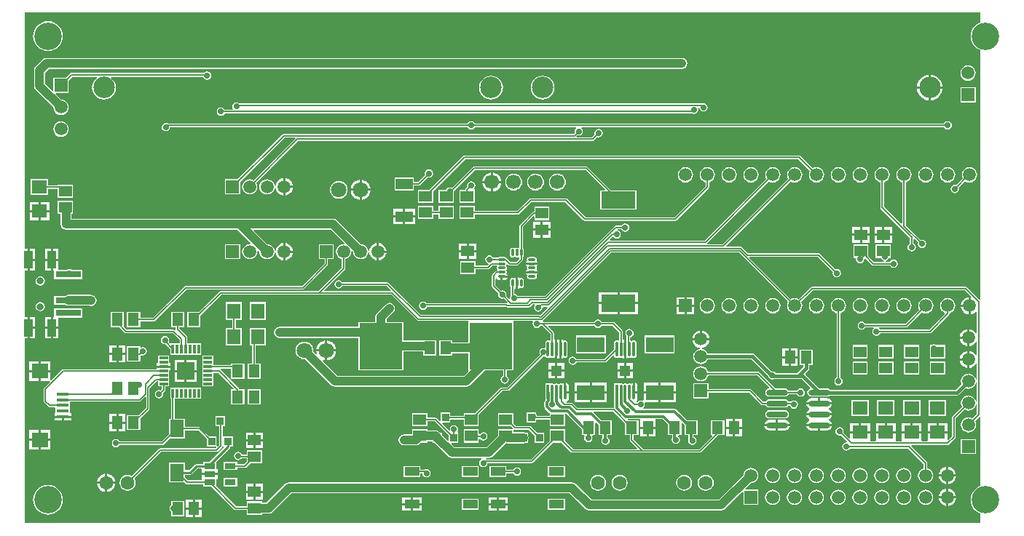
<source format=gtl>
G04*
G04 #@! TF.GenerationSoftware,Altium Limited,CircuitStudio,1.5.1 (13)*
G04*
G04 Layer_Physical_Order=1*
G04 Layer_Color=255*
%FSLAX25Y25*%
%MOIN*%
G70*
G01*
G75*
%ADD10R,0.05906X0.05118*%
%ADD11R,0.04200X0.01200*%
%ADD12R,0.01200X0.04200*%
%ADD13R,0.07874X0.07874*%
%ADD14O,0.09843X0.02756*%
%ADD15R,0.06693X0.03937*%
%ADD16R,0.05118X0.05906*%
%ADD17R,0.12598X0.07087*%
%ADD18R,0.07087X0.06299*%
%ADD19R,0.07874X0.04921*%
%ADD20R,0.06299X0.07087*%
%ADD21R,0.03347X0.03740*%
%ADD22R,0.06496X0.07874*%
%ADD23R,0.05118X0.02756*%
%ADD24R,0.19685X0.21260*%
%ADD25R,0.15748X0.07874*%
%ADD26R,0.07500X0.07100*%
%ADD27R,0.05600X0.01400*%
%ADD28R,0.03937X0.07874*%
%ADD29R,0.11811X0.03150*%
%ADD30O,0.01378X0.07087*%
%ADD31R,0.01378X0.07087*%
%ADD32O,0.01181X0.03543*%
%ADD33O,0.03543X0.01181*%
%ADD34C,0.03937*%
%ADD35C,0.01575*%
%ADD36C,0.00600*%
%ADD37C,0.01000*%
%ADD38C,0.01181*%
%ADD39C,0.00800*%
%ADD40C,0.00787*%
%ADD41C,0.06693*%
%ADD42C,0.07087*%
%ADD43C,0.05906*%
%ADD44R,0.05906X0.05906*%
%ADD45C,0.09843*%
%ADD46C,0.06000*%
%ADD47R,0.05906X0.05906*%
%ADD48C,0.12598*%
%ADD49C,0.06299*%
%ADD50C,0.03150*%
%ADD51R,0.05118X0.05118*%
%ADD52C,0.02756*%
G36*
X997638Y648121D02*
X997386Y648044D01*
X996204Y647413D01*
X995169Y646563D01*
X994319Y645528D01*
X993688Y644347D01*
X993299Y643065D01*
X993168Y641732D01*
X993299Y640399D01*
X993688Y639118D01*
X994319Y637937D01*
X995169Y636901D01*
X996204Y636052D01*
X997386Y635420D01*
X997638Y635344D01*
Y521152D01*
X997138Y520945D01*
X991522Y526561D01*
X991257Y526738D01*
X990945Y526800D01*
X990945Y526800D01*
X920473D01*
X920473Y526800D01*
X920160Y526738D01*
X919896Y526561D01*
X919896Y526561D01*
X914408Y521074D01*
X914340Y521126D01*
X913500Y521474D01*
X912598Y521593D01*
X911697Y521474D01*
X910857Y521126D01*
X910789Y521074D01*
X891801Y540061D01*
X891993Y540523D01*
X923284D01*
X930101Y533706D01*
X929975Y533071D01*
X930121Y532338D01*
X930536Y531717D01*
X931157Y531302D01*
X931890Y531156D01*
X932623Y531302D01*
X933244Y531717D01*
X933659Y532338D01*
X933805Y533071D01*
X933659Y533804D01*
X933244Y534425D01*
X932623Y534840D01*
X931890Y534986D01*
X931255Y534859D01*
X924199Y541915D01*
X923934Y542092D01*
X923622Y542154D01*
X923622Y542154D01*
X891264D01*
X888434Y544984D01*
X888169Y545161D01*
X887857Y545223D01*
X887857Y545223D01*
X881518D01*
X881326Y545685D01*
X910789Y575147D01*
X910857Y575094D01*
X911697Y574746D01*
X912598Y574628D01*
X913500Y574746D01*
X914340Y575094D01*
X915061Y575648D01*
X915614Y576369D01*
X915962Y577209D01*
X916081Y578110D01*
X915962Y579012D01*
X915614Y579851D01*
X915061Y580573D01*
X914340Y581126D01*
X913500Y581474D01*
X912598Y581593D01*
X911697Y581474D01*
X910857Y581126D01*
X910136Y580573D01*
X909583Y579851D01*
X909235Y579012D01*
X909116Y578110D01*
X909235Y577209D01*
X909583Y576369D01*
X909635Y576300D01*
X879657Y546323D01*
X872672D01*
X872464Y546823D01*
X900789Y575147D01*
X900857Y575094D01*
X901697Y574746D01*
X902598Y574628D01*
X903500Y574746D01*
X904340Y575094D01*
X905061Y575648D01*
X905614Y576369D01*
X905962Y577209D01*
X906081Y578110D01*
X905962Y579012D01*
X905614Y579851D01*
X905061Y580573D01*
X904340Y581126D01*
X903500Y581474D01*
X902598Y581593D01*
X901697Y581474D01*
X900857Y581126D01*
X900136Y580573D01*
X899582Y579851D01*
X899234Y579012D01*
X899116Y578110D01*
X899234Y577209D01*
X899582Y576369D01*
X899635Y576300D01*
X871394Y548060D01*
X828194D01*
X828002Y548522D01*
X829136Y549655D01*
X829633Y549606D01*
X829748Y549434D01*
X830370Y549018D01*
X831102Y548873D01*
X831835Y549018D01*
X832456Y549434D01*
X832871Y550055D01*
X833017Y550787D01*
X832871Y551520D01*
X832456Y552141D01*
X831835Y552556D01*
X831509Y552621D01*
X831558Y553121D01*
X833326D01*
X833685Y552583D01*
X834307Y552168D01*
X835039Y552022D01*
X835772Y552168D01*
X836393Y552583D01*
X836808Y553204D01*
X836954Y553937D01*
X836808Y554670D01*
X836393Y555291D01*
X835772Y555706D01*
X835039Y555852D01*
X834307Y555706D01*
X833685Y555291D01*
X833326Y554753D01*
X830709D01*
X830709Y554753D01*
X830396Y554691D01*
X830132Y554514D01*
X830132Y554514D01*
X798284Y522666D01*
X785834D01*
X785606Y523007D01*
X784985Y523422D01*
X784280Y523563D01*
Y525618D01*
X784780Y525885D01*
X784812Y525864D01*
X784933Y525840D01*
Y528543D01*
Y531247D01*
X784812Y531223D01*
X784286Y530871D01*
X784109Y530606D01*
X783890Y530752D01*
X783465Y530836D01*
X783039Y530752D01*
X782678Y530511D01*
X782437Y530150D01*
X782353Y529724D01*
Y527362D01*
X782437Y526937D01*
X782649Y526620D01*
Y522835D01*
X782649Y522835D01*
X782680Y522681D01*
X782483Y522386D01*
X782337Y521654D01*
X782377Y521452D01*
X781917Y521206D01*
X780529Y522593D01*
X780655Y523228D01*
X780509Y523961D01*
X780094Y524582D01*
X779473Y524997D01*
X778740Y525143D01*
X778105Y525017D01*
X775619Y527503D01*
Y530342D01*
X776119Y530494D01*
X776216Y530349D01*
X776742Y529998D01*
X777362Y529874D01*
X778043D01*
Y531496D01*
X778543D01*
Y531996D01*
X781247D01*
X781223Y532117D01*
X780871Y532643D01*
X780606Y532820D01*
X780752Y533039D01*
X780836Y533464D01*
X780752Y533890D01*
X780511Y534251D01*
Y534647D01*
X780752Y535007D01*
X780836Y535433D01*
X780752Y535859D01*
X780606Y536077D01*
X780546Y536417D01*
X780606Y536757D01*
X780752Y536976D01*
X780768Y537057D01*
X781310Y537221D01*
X781707Y536825D01*
X781707Y536825D01*
X781971Y536648D01*
X782283Y536586D01*
X782283Y536586D01*
X785433D01*
X785433Y536586D01*
X785745Y536648D01*
X786010Y536825D01*
X787978Y538793D01*
X787978Y538793D01*
X788155Y539058D01*
X788217Y539370D01*
X788217Y539370D01*
Y540596D01*
X788429Y540913D01*
X788514Y541339D01*
Y543701D01*
X788429Y544126D01*
X788217Y544443D01*
Y554387D01*
X792936Y559105D01*
X793398Y558914D01*
Y557374D01*
X800303D01*
Y563492D01*
X793398D01*
Y561612D01*
X793110Y561249D01*
X792798Y561187D01*
X792533Y561010D01*
X792533Y561010D01*
X786825Y555301D01*
X786648Y555036D01*
X786586Y554724D01*
X786586Y554724D01*
Y544798D01*
X786525Y544746D01*
X786091Y544578D01*
X786077Y544582D01*
X785859Y544728D01*
X785433Y544813D01*
X785008Y544728D01*
X784789Y544582D01*
X784449Y544522D01*
X784109Y544582D01*
X783890Y544728D01*
X783465Y544813D01*
X783039Y544728D01*
X782678Y544487D01*
X782437Y544126D01*
X782353Y543701D01*
Y541339D01*
X782437Y540913D01*
X782678Y540552D01*
X783039Y540311D01*
X783465Y540227D01*
X783890Y540311D01*
X784109Y540457D01*
X784449Y540517D01*
X784789Y540457D01*
X785008Y540311D01*
X785433Y540227D01*
X785859Y540311D01*
X786077Y540457D01*
X786091Y540461D01*
X786525Y540293D01*
X786586Y540242D01*
Y539708D01*
X785095Y538217D01*
X782621D01*
X780892Y539947D01*
X780627Y540124D01*
X780518Y540145D01*
X780511Y540156D01*
X780150Y540397D01*
X779724Y540482D01*
X777362D01*
X776937Y540397D01*
X776620Y540186D01*
X774548D01*
X774189Y540724D01*
X773567Y541139D01*
X772835Y541285D01*
X772102Y541139D01*
X771481Y540724D01*
X771066Y540103D01*
X770920Y539370D01*
X771066Y538637D01*
X771481Y538016D01*
X772102Y537601D01*
X772313Y537559D01*
X772477Y537017D01*
X771906Y536446D01*
X766445D01*
Y538689D01*
X759539D01*
Y532571D01*
X766445D01*
Y534814D01*
X772244D01*
X772244Y534814D01*
X772556Y534876D01*
X772821Y535053D01*
X774354Y536586D01*
X776265D01*
X776317Y536525D01*
X776485Y536091D01*
X776481Y536077D01*
X776335Y535859D01*
X776250Y535433D01*
X776335Y535007D01*
X776487Y534780D01*
X776429Y534516D01*
X776358Y534363D01*
X776279Y534261D01*
X776066Y534218D01*
X775801Y534041D01*
X774226Y532467D01*
X774050Y532202D01*
X773987Y531890D01*
X773987Y531890D01*
Y527165D01*
X773987Y527165D01*
X774050Y526853D01*
X774226Y526589D01*
X776952Y523863D01*
X776825Y523228D01*
X776971Y522496D01*
X777386Y521874D01*
X778007Y521459D01*
X778740Y521314D01*
X779375Y521440D01*
X781050Y519765D01*
X780803Y519305D01*
X780728Y519320D01*
X780728Y519320D01*
X743970D01*
X743874Y519464D01*
X743252Y519879D01*
X742520Y520025D01*
X741787Y519879D01*
X741166Y519464D01*
X740751Y518843D01*
X740605Y518110D01*
X740751Y517378D01*
X741166Y516756D01*
X741787Y516341D01*
X742520Y516195D01*
X743252Y516341D01*
X743874Y516756D01*
X744289Y517378D01*
X744350Y517688D01*
X780390D01*
X780464Y517615D01*
X780464Y517615D01*
X780622Y517509D01*
X780728Y517438D01*
X781040Y517376D01*
X791026D01*
X791026Y517376D01*
X791338Y517438D01*
X791603Y517615D01*
X792823Y518835D01*
X793426D01*
X793693Y518335D01*
X793507Y518056D01*
X793361Y517323D01*
X793507Y516590D01*
X793922Y515969D01*
X794543Y515554D01*
X795276Y515408D01*
X796008Y515554D01*
X796629Y515969D01*
X797045Y516590D01*
X797190Y517323D01*
X797185Y517348D01*
X797503Y517735D01*
X799358D01*
X799565Y517235D01*
X796186Y513856D01*
X796158Y513874D01*
X795846Y513936D01*
X795846Y513936D01*
X741548D01*
X726955Y528530D01*
X726690Y528706D01*
X726378Y528768D01*
X726378Y528768D01*
X705651D01*
X705291Y529307D01*
X704670Y529722D01*
X703937Y529868D01*
X703204Y529722D01*
X702583Y529307D01*
X702168Y528686D01*
X702022Y527953D01*
X702168Y527220D01*
X702583Y526599D01*
X703204Y526184D01*
X703937Y526038D01*
X704670Y526184D01*
X705291Y526599D01*
X705651Y527137D01*
X726040D01*
X727884Y525293D01*
X727693Y524831D01*
X697504D01*
X697313Y525293D01*
X706679Y534659D01*
X706679Y534659D01*
X706856Y534924D01*
X706918Y535236D01*
Y539538D01*
X707004Y539549D01*
X707844Y539897D01*
X708565Y540451D01*
X709118Y541172D01*
X709466Y542012D01*
X709585Y542913D01*
X709566Y543057D01*
X710040Y543291D01*
X710505Y542825D01*
X710612Y542012D01*
X710960Y541172D01*
X711514Y540451D01*
X712235Y539897D01*
X713075Y539549D01*
X713976Y539431D01*
X714878Y539549D01*
X715718Y539897D01*
X716439Y540451D01*
X716992Y541172D01*
X717340Y542012D01*
X717409Y542535D01*
X717913D01*
X717999Y541882D01*
X718398Y540920D01*
X719031Y540094D01*
X719857Y539461D01*
X720819Y539062D01*
X721350Y538992D01*
Y542913D01*
Y546834D01*
X720819Y546764D01*
X719857Y546366D01*
X719031Y545732D01*
X718398Y544907D01*
X717999Y543945D01*
X717913Y543292D01*
X717409D01*
X717340Y543815D01*
X716992Y544655D01*
X716439Y545376D01*
X715718Y545929D01*
X714878Y546277D01*
X714065Y546384D01*
X703158Y557292D01*
X702341Y557837D01*
X701378Y558029D01*
X581651D01*
Y560130D01*
X582193D01*
Y566248D01*
X575287D01*
Y560130D01*
X576617D01*
Y555512D01*
X576809Y554549D01*
X577354Y553732D01*
X578171Y553187D01*
X579134Y552995D01*
X657422D01*
X663566Y546851D01*
X663333Y546377D01*
X663189Y546396D01*
X662288Y546277D01*
X661448Y545929D01*
X660726Y545376D01*
X660173Y544655D01*
X659825Y543815D01*
X659706Y542913D01*
X659825Y542012D01*
X660173Y541172D01*
X660726Y540451D01*
X661448Y539897D01*
X662288Y539549D01*
X663189Y539431D01*
X664090Y539549D01*
X664930Y539897D01*
X665652Y540451D01*
X666205Y541172D01*
X666553Y542012D01*
X666672Y542913D01*
X666653Y543057D01*
X667126Y543291D01*
X667592Y542825D01*
X667699Y542012D01*
X668047Y541172D01*
X668601Y540451D01*
X669322Y539897D01*
X670162Y539549D01*
X671063Y539431D01*
X671964Y539549D01*
X672804Y539897D01*
X673525Y540451D01*
X674079Y541172D01*
X674427Y542012D01*
X674496Y542535D01*
X675000D01*
X675086Y541882D01*
X675484Y540920D01*
X676118Y540094D01*
X676944Y539461D01*
X677905Y539062D01*
X678437Y538992D01*
Y542913D01*
Y546834D01*
X677905Y546764D01*
X676944Y546366D01*
X676118Y545732D01*
X675484Y544907D01*
X675086Y543945D01*
X675000Y543292D01*
X674496D01*
X674427Y543815D01*
X674079Y544655D01*
X673525Y545376D01*
X672804Y545929D01*
X671964Y546277D01*
X671151Y546384D01*
X665003Y552533D01*
X665194Y552995D01*
X700335D01*
X706480Y546851D01*
X706246Y546377D01*
X706102Y546396D01*
X705201Y546277D01*
X704361Y545929D01*
X703640Y545376D01*
X703086Y544655D01*
X702739Y543815D01*
X702620Y542913D01*
X702739Y542012D01*
X703086Y541172D01*
X703640Y540451D01*
X704361Y539897D01*
X705201Y539549D01*
X705287Y539538D01*
Y535574D01*
X694699Y524986D01*
X694595Y524831D01*
X649803D01*
X649803Y524831D01*
X649491Y524769D01*
X649226Y524592D01*
X639898Y515264D01*
X634539D01*
Y508358D01*
X640658D01*
Y513717D01*
X650141Y523200D01*
X728009D01*
X739765Y511444D01*
X739765Y511444D01*
X739924Y511338D01*
X740030Y511267D01*
X740342Y511205D01*
X763204D01*
X763279Y510736D01*
X763279Y510705D01*
Y501336D01*
X756012D01*
Y502272D01*
X749894D01*
Y495366D01*
X756012D01*
Y496302D01*
X763279D01*
Y488476D01*
X763279Y488476D01*
X763279D01*
X763178Y487997D01*
X761162Y485981D01*
X703405D01*
X696513Y492873D01*
X696796Y493297D01*
X697003Y493211D01*
X697689Y493121D01*
Y497138D01*
X693672D01*
X693763Y496452D01*
X693848Y496245D01*
X693424Y495962D01*
X692207Y497179D01*
X692267Y497638D01*
X692128Y498693D01*
X691721Y499677D01*
X691073Y500522D01*
X690228Y501170D01*
X689245Y501577D01*
X688189Y501716D01*
X687134Y501577D01*
X686150Y501170D01*
X685305Y500522D01*
X684657Y499677D01*
X684250Y498693D01*
X684111Y497638D01*
X684250Y496582D01*
X684657Y495599D01*
X685305Y494754D01*
X686150Y494106D01*
X687134Y493699D01*
X688189Y493560D01*
X688647Y493620D01*
X700583Y481685D01*
X701399Y481139D01*
X702362Y480948D01*
X762205D01*
X763168Y481139D01*
X763984Y481685D01*
X770776Y488476D01*
X779106D01*
Y485965D01*
X778567Y485606D01*
X778152Y484985D01*
X778007Y484252D01*
X778152Y483519D01*
X778567Y482898D01*
X779188Y482483D01*
X779921Y482337D01*
X780654Y482483D01*
X781275Y482898D01*
X781690Y483519D01*
X781836Y484252D01*
X781690Y484985D01*
X781275Y485606D01*
X780737Y485965D01*
Y488476D01*
X783965D01*
Y510705D01*
X783965Y510736D01*
X784040Y511205D01*
X792538D01*
X792806Y510705D01*
X792719Y510575D01*
X792573Y509842D01*
X792719Y509110D01*
X793134Y508489D01*
X793755Y508074D01*
X794488Y507928D01*
X795221Y508074D01*
X795842Y508489D01*
X796202Y509027D01*
X796906D01*
X800759Y505174D01*
Y502329D01*
X800274Y502084D01*
X800223Y502100D01*
X800070Y502203D01*
X799606Y502295D01*
X799142Y502203D01*
X798749Y501940D01*
X798486Y501547D01*
X798394Y501083D01*
Y499124D01*
X797894Y498714D01*
X797638Y498765D01*
X796905Y498619D01*
X796284Y498204D01*
X795869Y497583D01*
X795723Y496850D01*
X795869Y496118D01*
X796058Y495834D01*
X780961Y480737D01*
X778543D01*
X778543Y480737D01*
X778231Y480675D01*
X777966Y480498D01*
X777966Y480498D01*
X766472Y469004D01*
X761114D01*
Y467646D01*
X754929D01*
Y469201D01*
X750583D01*
Y465299D01*
X750121Y465107D01*
X748707Y466522D01*
X748442Y466699D01*
X748130Y466761D01*
X748130Y466760D01*
X744398D01*
Y469004D01*
X737492D01*
Y462886D01*
X744398D01*
Y465129D01*
X747792D01*
X754323Y458598D01*
Y456484D01*
X753861Y456293D01*
X751189Y458965D01*
Y459949D01*
X750205D01*
X749910Y460244D01*
X749093Y460790D01*
X748130Y460981D01*
X744398D01*
Y461524D01*
X737492D01*
Y459210D01*
X733858D01*
X732895Y459018D01*
X732079Y458473D01*
X731533Y457656D01*
X731341Y456693D01*
X731533Y455730D01*
X732079Y454913D01*
X732895Y454368D01*
X733858Y454176D01*
X739173D01*
X740136Y454368D01*
X740953Y454913D01*
X741445Y455406D01*
X744398D01*
Y455948D01*
X746842D01*
Y455209D01*
X747826D01*
X754027Y449008D01*
X754844Y448462D01*
X755807Y448271D01*
X769171D01*
X769190Y448224D01*
X769254Y447771D01*
X768725Y447417D01*
X768310Y446796D01*
X768164Y446063D01*
X768310Y445330D01*
X768725Y444709D01*
X769346Y444294D01*
X770079Y444148D01*
X770812Y444294D01*
X771433Y444709D01*
X771848Y445330D01*
X771988Y446035D01*
X792323D01*
X792323Y446035D01*
X792635Y446097D01*
X792900Y446274D01*
X802032Y455406D01*
X805842D01*
X810250Y450998D01*
X810250Y450998D01*
X810409Y450892D01*
X810515Y450821D01*
X810827Y450759D01*
X842913D01*
X842913Y450759D01*
X842913Y450759D01*
X869291D01*
X869291Y450759D01*
X869604Y450821D01*
X869868Y450998D01*
X877622Y458752D01*
X880421D01*
Y465658D01*
X874303D01*
Y458752D01*
X874662D01*
X874853Y458290D01*
X868954Y452390D01*
X843251D01*
X838808Y456834D01*
Y458752D01*
X841051D01*
Y465658D01*
X836105D01*
X836069Y465711D01*
X836336Y466211D01*
X841436D01*
X841913Y466157D01*
X841913Y465711D01*
Y462705D01*
X845473D01*
X849032D01*
Y465711D01*
X849032Y466157D01*
X849509Y466211D01*
X852098D01*
X854618Y463691D01*
Y458752D01*
X856565D01*
Y457525D01*
X856499Y457426D01*
X856353Y456693D01*
X856499Y455960D01*
X856914Y455339D01*
X857535Y454924D01*
X858268Y454778D01*
X859000Y454924D01*
X859622Y455339D01*
X860037Y455960D01*
X860182Y456693D01*
X860037Y457426D01*
X859622Y458047D01*
X859315Y458252D01*
X859466Y458752D01*
X860736D01*
Y464400D01*
X861198Y464592D01*
X862098Y463691D01*
Y458752D01*
X864046D01*
Y457131D01*
X863979Y457032D01*
X863833Y456299D01*
X863979Y455567D01*
X864394Y454945D01*
X865015Y454530D01*
X865748Y454385D01*
X866481Y454530D01*
X867102Y454945D01*
X867517Y455567D01*
X867663Y456299D01*
X867517Y457032D01*
X867102Y457653D01*
X866481Y458068D01*
X866269Y458110D01*
Y458752D01*
X868217D01*
Y465658D01*
X863277D01*
X858463Y470471D01*
X858103Y470712D01*
X857677Y470797D01*
X857677Y470797D01*
X843357D01*
X843205Y471297D01*
X843480Y471481D01*
X843895Y472102D01*
X844041Y472835D01*
X843948Y473303D01*
X844293Y473803D01*
X850288D01*
Y477846D01*
X843488D01*
Y474784D01*
X842988Y474517D01*
X842859Y474604D01*
X842126Y474749D01*
X841393Y474604D01*
X840772Y474189D01*
X840601Y473932D01*
X840096Y473919D01*
X840189Y474468D01*
X840194Y474471D01*
X840567Y475030D01*
X840698Y475689D01*
Y478043D01*
X838976D01*
Y478543D01*
X838476D01*
Y483020D01*
X838317Y482989D01*
X837759Y482615D01*
X837625Y482415D01*
X837472Y482518D01*
X837008Y482610D01*
X836544Y482518D01*
X836391Y482415D01*
X836024Y482296D01*
X835657Y482415D01*
X835503Y482518D01*
X835039Y482610D01*
X834575Y482518D01*
X834422Y482415D01*
X834055Y482296D01*
X833688Y482415D01*
X833535Y482518D01*
X833071Y482610D01*
X832791Y482554D01*
X832291Y482587D01*
X832291Y482587D01*
X832291Y482587D01*
X829913D01*
Y474500D01*
X829990D01*
Y471745D01*
X829731Y471299D01*
X829515Y471288D01*
X813330D01*
X811207Y473411D01*
X810942Y473588D01*
X810630Y473650D01*
X810630Y473650D01*
X808301D01*
X808244Y473807D01*
X808218Y474150D01*
X808698Y474471D01*
X809071Y475030D01*
X809202Y475689D01*
Y478043D01*
X807480D01*
Y478543D01*
X806980D01*
Y483020D01*
X806821Y482989D01*
X806263Y482615D01*
X806129Y482415D01*
X805976Y482518D01*
X805512Y482610D01*
X805048Y482518D01*
X804895Y482415D01*
X804528Y482296D01*
X804160Y482415D01*
X804007Y482518D01*
X803543Y482610D01*
X803079Y482518D01*
X802926Y482415D01*
X802559Y482296D01*
X802192Y482415D01*
X802039Y482518D01*
X801575Y482610D01*
X801295Y482554D01*
X800795Y482587D01*
X800795Y482587D01*
X800795Y482587D01*
X798417D01*
Y474741D01*
X798320Y474643D01*
X798079Y474283D01*
X797994Y473857D01*
X797994Y473857D01*
Y471812D01*
X797994Y471812D01*
X798079Y471387D01*
X798320Y471026D01*
X800369Y468977D01*
X800484Y468900D01*
Y467646D01*
X794764D01*
X794682Y468056D01*
X794299Y468629D01*
Y469201D01*
X793098D01*
X792913Y469238D01*
X792729Y469201D01*
X789953D01*
Y464461D01*
X794299D01*
Y466015D01*
X800484D01*
Y462886D01*
X807390D01*
Y468651D01*
X807926D01*
X815159Y461418D01*
X815159Y461418D01*
X815248Y461359D01*
Y458752D01*
X816171D01*
X816407Y458311D01*
X816341Y458213D01*
X816195Y457480D01*
X816341Y456748D01*
X816756Y456126D01*
X817377Y455711D01*
X818110Y455566D01*
X818843Y455711D01*
X819464Y456126D01*
X819879Y456748D01*
X820025Y457480D01*
X819879Y458213D01*
X819814Y458311D01*
X820049Y458752D01*
X821366D01*
Y464400D01*
X821828Y464592D01*
X822728Y463691D01*
Y458752D01*
X824675D01*
Y457683D01*
X824630Y457653D01*
X824215Y457032D01*
X824069Y456299D01*
X824215Y455567D01*
X824630Y454945D01*
X825251Y454530D01*
X825984Y454385D01*
X826717Y454530D01*
X827338Y454945D01*
X827753Y455567D01*
X827899Y456299D01*
X827753Y457032D01*
X827338Y457653D01*
X826899Y457946D01*
Y458752D01*
X828846D01*
Y465658D01*
X823907D01*
X820408Y469157D01*
X820597Y469657D01*
X829387D01*
X834933Y464110D01*
Y458752D01*
X837176D01*
Y456496D01*
X837176Y456496D01*
X837239Y456184D01*
X837415Y455919D01*
X840482Y452852D01*
X840291Y452390D01*
X811165D01*
X807390Y456165D01*
Y461524D01*
X800484D01*
Y456165D01*
X791985Y447666D01*
X771378D01*
X771281Y447771D01*
X771498Y448271D01*
X772638D01*
X773601Y448462D01*
X774417Y449008D01*
X780593Y455183D01*
X781201Y455062D01*
X788386D01*
X789124Y455209D01*
X790559D01*
Y456388D01*
X790711Y456616D01*
X790903Y457579D01*
X790711Y458542D01*
X790559Y458769D01*
Y459949D01*
X789124D01*
X788386Y460096D01*
X784121D01*
X783768Y460449D01*
X783768Y461149D01*
Y461172D01*
D01*
X783768Y461232D01*
Y461247D01*
X783771Y461249D01*
X783782Y461254D01*
X783798Y461262D01*
X783803Y461265D01*
X783894Y461310D01*
X783917Y461321D01*
X783917D01*
X784268Y461495D01*
X784334Y461451D01*
X784646Y461389D01*
X790902D01*
X793693Y458598D01*
Y455209D01*
X798039D01*
Y459949D01*
X794650D01*
X791817Y462781D01*
X791552Y462958D01*
X791240Y463020D01*
X791240Y463020D01*
X784983D01*
X783768Y464236D01*
Y469004D01*
X776862D01*
Y462886D01*
X782811D01*
X783673Y462024D01*
X783530Y461677D01*
X783530Y461677D01*
X783522Y461659D01*
X783483Y461563D01*
X783474Y461543D01*
X783468Y461529D01*
X783466Y461524D01*
X783453D01*
X783396Y461524D01*
X783396Y461524D01*
X783382Y461524D01*
X776862D01*
Y458571D01*
X771595Y453304D01*
X756850D01*
X755407Y454747D01*
X755598Y455209D01*
X758669D01*
Y459949D01*
X758572D01*
X758304Y460449D01*
X758462Y460685D01*
X758608Y461417D01*
X758462Y462150D01*
X758047Y462771D01*
X757426Y463186D01*
X756693Y463332D01*
X755960Y463186D01*
X755339Y462771D01*
X754924Y462150D01*
X754778Y461417D01*
X754843Y461093D01*
X754382Y460846D01*
X751230Y463999D01*
X751421Y464461D01*
X754929D01*
Y466015D01*
X761114D01*
Y462886D01*
X768020D01*
Y468244D01*
X778881Y479106D01*
X781299D01*
X781299Y479106D01*
X781611Y479168D01*
X781876Y479345D01*
X797496Y494964D01*
X797638Y494936D01*
X798371Y495081D01*
X798649Y494666D01*
X798749Y494517D01*
X799142Y494254D01*
X799606Y494162D01*
X800070Y494254D01*
X800223Y494356D01*
X800591Y494476D01*
X800958Y494356D01*
X801111Y494254D01*
X801575Y494162D01*
X802039Y494254D01*
X802192Y494356D01*
X802326Y494156D01*
X802884Y493783D01*
X803043Y493751D01*
Y498228D01*
Y502705D01*
X802884Y502674D01*
X802831Y502638D01*
X802390Y502874D01*
Y505512D01*
X802390Y505512D01*
X802328Y505824D01*
X802152Y506089D01*
X802152Y506089D01*
X799675Y508565D01*
X799867Y509027D01*
X820727D01*
X821087Y508489D01*
X821708Y508074D01*
X822441Y507928D01*
X823174Y508074D01*
X823795Y508489D01*
X824154Y509027D01*
X829190D01*
X832255Y505961D01*
Y502329D01*
X831770Y502084D01*
X831719Y502100D01*
X831566Y502203D01*
X831102Y502295D01*
X830639Y502203D01*
X830245Y501940D01*
X829982Y501547D01*
X829890Y501083D01*
Y498170D01*
X825449Y493729D01*
X812737D01*
X812377Y494267D01*
X811756Y494682D01*
X811024Y494828D01*
X810291Y494682D01*
X809670Y494267D01*
X809255Y493646D01*
X809109Y492913D01*
X809255Y492181D01*
X809670Y491560D01*
X810291Y491144D01*
X811024Y490999D01*
X811756Y491144D01*
X812377Y491560D01*
X812737Y492098D01*
X825787D01*
X825787Y492098D01*
X826100Y492160D01*
X826364Y492337D01*
X829424Y495396D01*
X829926Y495192D01*
X829982Y494910D01*
X830245Y494517D01*
X830639Y494254D01*
X831102Y494162D01*
X831566Y494254D01*
X831719Y494356D01*
X832087Y494476D01*
X832454Y494356D01*
X832607Y494254D01*
X833071Y494162D01*
X833535Y494254D01*
X833688Y494356D01*
X833822Y494156D01*
X834380Y493783D01*
X834539Y493751D01*
Y498228D01*
Y502705D01*
X834380Y502674D01*
X834328Y502638D01*
X833887Y502874D01*
Y506299D01*
X833887Y506299D01*
X833825Y506611D01*
X833648Y506876D01*
X833648Y506876D01*
X830104Y510419D01*
X829840Y510596D01*
X829528Y510658D01*
X829527Y510658D01*
X824154D01*
X823795Y511196D01*
X823174Y511612D01*
X822441Y511757D01*
X821708Y511612D01*
X821087Y511196D01*
X820727Y510658D01*
X797416D01*
X797258Y511117D01*
X797262Y511151D01*
X797508Y511315D01*
X828684Y542491D01*
X887064D01*
X909635Y519920D01*
X909583Y519851D01*
X909235Y519012D01*
X909116Y518110D01*
X909235Y517209D01*
X909583Y516369D01*
X910136Y515648D01*
X910857Y515094D01*
X911697Y514746D01*
X912598Y514628D01*
X913500Y514746D01*
X914340Y515094D01*
X915061Y515648D01*
X915614Y516369D01*
X915962Y517209D01*
X916081Y518110D01*
X915962Y519012D01*
X915614Y519851D01*
X915562Y519920D01*
X920810Y525169D01*
X990607D01*
X993262Y522514D01*
X993098Y522184D01*
Y518110D01*
Y514189D01*
X993630Y514259D01*
X994592Y514657D01*
X995418Y515291D01*
X995561Y515478D01*
X996035Y515318D01*
Y505734D01*
X995735Y505604D01*
X995535Y505594D01*
X994945Y506362D01*
X994119Y506996D01*
X993158Y507394D01*
X992626Y507464D01*
Y503543D01*
Y499622D01*
X993158Y499692D01*
X994119Y500091D01*
X994945Y500724D01*
X995535Y501493D01*
X995735Y501482D01*
X996035Y501353D01*
Y495734D01*
X995735Y495604D01*
X995535Y495594D01*
X994945Y496362D01*
X994119Y496996D01*
X993158Y497394D01*
X992626Y497464D01*
Y493543D01*
Y489622D01*
X993158Y489692D01*
X994119Y490091D01*
X994945Y490724D01*
X995535Y491493D01*
X995735Y491482D01*
X996035Y491353D01*
Y484137D01*
X995535Y484104D01*
X995490Y484445D01*
X995142Y485285D01*
X994588Y486006D01*
X993867Y486559D01*
X993027Y486907D01*
X992126Y487026D01*
X991225Y486907D01*
X990385Y486559D01*
X989664Y486006D01*
X989110Y485285D01*
X988762Y484445D01*
X988643Y483543D01*
X988762Y482642D01*
X988940Y482213D01*
X986405Y479679D01*
X928744D01*
X928716Y479720D01*
X928095Y480135D01*
X927362Y480281D01*
X923761D01*
X917476Y486566D01*
X917408Y487205D01*
X918841Y488639D01*
X919126Y489065D01*
X919226Y489567D01*
Y491035D01*
X920972D01*
Y497941D01*
X914854D01*
Y491035D01*
X916601D01*
Y490111D01*
X913630Y487139D01*
X904007D01*
X903716Y487574D01*
X903095Y487990D01*
X902362Y488135D01*
X901985Y488060D01*
X894235Y495810D01*
X893809Y496095D01*
X893307Y496195D01*
X872879D01*
X872701Y496623D01*
X872148Y497344D01*
X871426Y497898D01*
X870586Y498246D01*
X870064Y498315D01*
Y498819D01*
X870717Y498905D01*
X871679Y499303D01*
X872504Y499937D01*
X873138Y500763D01*
X873536Y501724D01*
X873606Y502256D01*
X869685D01*
X865764D01*
X865834Y501724D01*
X866232Y500763D01*
X866866Y499937D01*
X867692Y499303D01*
X868653Y498905D01*
X869306Y498819D01*
Y498315D01*
X868784Y498246D01*
X867944Y497898D01*
X867222Y497344D01*
X866669Y496623D01*
X866321Y495783D01*
X866203Y494882D01*
X866321Y493981D01*
X866669Y493141D01*
X867222Y492419D01*
X867944Y491866D01*
X868784Y491518D01*
X869685Y491399D01*
X870586Y491518D01*
X871426Y491866D01*
X872148Y492419D01*
X872701Y493141D01*
X872879Y493569D01*
X892763D01*
X900531Y485802D01*
X900593Y485488D01*
X901008Y484867D01*
X901630Y484451D01*
X902362Y484306D01*
X903095Y484451D01*
X903189Y484514D01*
X915815D01*
X919711Y480618D01*
X919585Y480204D01*
X919509Y480113D01*
X918922Y479720D01*
X918507Y479099D01*
X918361Y478366D01*
X918507Y477633D01*
X918922Y477012D01*
X919543Y476597D01*
X920276Y476451D01*
X927362D01*
X928095Y476597D01*
X928716Y477012D01*
X928744Y477053D01*
X986949D01*
X987451Y477153D01*
X987877Y477438D01*
X990796Y480357D01*
X991225Y480179D01*
X992126Y480061D01*
X993027Y480179D01*
X993867Y480527D01*
X994588Y481081D01*
X995142Y481802D01*
X995490Y482642D01*
X995535Y482983D01*
X996035Y482950D01*
Y474137D01*
X995535Y474104D01*
X995490Y474445D01*
X995142Y475285D01*
X994588Y476006D01*
X993867Y476559D01*
X993027Y476907D01*
X992126Y477026D01*
X991225Y476907D01*
X990385Y476559D01*
X989664Y476006D01*
X989110Y475285D01*
X988762Y474445D01*
X988643Y473543D01*
X988762Y472642D01*
X989110Y471802D01*
X989163Y471734D01*
X984856Y467427D01*
X984680Y467163D01*
X984617Y466850D01*
X984617Y466850D01*
Y458212D01*
X982958Y456553D01*
X982496Y456744D01*
Y459736D01*
X973409D01*
Y456087D01*
X972973Y455934D01*
X971122D01*
X970685Y456087D01*
X970685Y456434D01*
Y459736D01*
X961598D01*
Y456434D01*
X961598Y456087D01*
X961162Y455934D01*
D01*
X959311D01*
X958874Y456087D01*
X958874Y456434D01*
Y459736D01*
X949787D01*
Y456434D01*
X949787Y456087D01*
X949351Y455934D01*
D01*
X947500D01*
X947063Y456087D01*
Y459736D01*
X937976D01*
Y457531D01*
X937514Y457340D01*
X934859Y459995D01*
X934986Y460630D01*
X934840Y461363D01*
X934425Y461984D01*
X933804Y462399D01*
X933071Y462545D01*
X932338Y462399D01*
X931717Y461984D01*
X931302Y461363D01*
X931156Y460630D01*
X931302Y459897D01*
X931717Y459276D01*
X932338Y458861D01*
X933071Y458715D01*
X933706Y458842D01*
X936668Y455879D01*
X936422Y455418D01*
X936220Y455458D01*
X935488Y455312D01*
X934867Y454897D01*
X934451Y454276D01*
X934306Y453543D01*
X934451Y452811D01*
X934867Y452189D01*
X935488Y451774D01*
X936220Y451629D01*
X936953Y451774D01*
X937574Y452189D01*
X937934Y452728D01*
X964623D01*
X971704Y445646D01*
Y443690D01*
X971618Y443679D01*
X970778Y443331D01*
X970057Y442777D01*
X969504Y442056D01*
X969156Y441216D01*
X969037Y440315D01*
X969156Y439414D01*
X969504Y438574D01*
X970057Y437852D01*
X970778Y437299D01*
X971618Y436951D01*
X972520Y436832D01*
X973421Y436951D01*
X974261Y437299D01*
X974982Y437852D01*
X975536Y438574D01*
X975884Y439414D01*
X976002Y440315D01*
X975884Y441216D01*
X975536Y442056D01*
X974982Y442777D01*
X974261Y443331D01*
X973421Y443679D01*
X973335Y443690D01*
Y445984D01*
X973335Y445984D01*
X973273Y446296D01*
X973096Y446561D01*
X973096Y446561D01*
X965855Y453802D01*
X966062Y454302D01*
X982677D01*
X982677Y454302D01*
X982989Y454364D01*
X983254Y454541D01*
X986010Y457297D01*
X986010Y457297D01*
X986116Y457456D01*
X986187Y457562D01*
X986249Y457874D01*
X986249Y457874D01*
Y466512D01*
X990316Y470580D01*
X990385Y470527D01*
X991225Y470179D01*
X992126Y470061D01*
X993027Y470179D01*
X993867Y470527D01*
X994588Y471081D01*
X995142Y471802D01*
X995490Y472642D01*
X995535Y472983D01*
X996035Y472950D01*
Y468606D01*
X993936Y466507D01*
X993867Y466559D01*
X993027Y466907D01*
X992126Y467026D01*
X991225Y466907D01*
X990385Y466559D01*
X989664Y466006D01*
X989110Y465285D01*
X988762Y464445D01*
X988643Y463543D01*
X988762Y462642D01*
X989110Y461802D01*
X989664Y461081D01*
X990385Y460527D01*
X991225Y460179D01*
X992126Y460061D01*
X993027Y460179D01*
X993867Y460527D01*
X994588Y461081D01*
X995142Y461802D01*
X995490Y462642D01*
X995609Y463543D01*
X995490Y464445D01*
X995142Y465285D01*
X995089Y465353D01*
X997138Y467402D01*
X997638Y467195D01*
Y435523D01*
X997386Y435446D01*
X996204Y434815D01*
X995169Y433965D01*
X994319Y432930D01*
X993688Y431748D01*
X993299Y430467D01*
X993168Y429134D01*
X993299Y427801D01*
X993688Y426519D01*
X994319Y425338D01*
X995169Y424303D01*
X996204Y423453D01*
X997386Y422822D01*
X997638Y422745D01*
Y418435D01*
X560167D01*
Y503134D01*
X561508D01*
Y508071D01*
Y513008D01*
X560167D01*
Y534236D01*
X561508D01*
Y539173D01*
Y544110D01*
X560167D01*
Y652431D01*
X997638D01*
Y648121D01*
D02*
G37*
%LPC*%
G36*
X581426Y466741D02*
X578126D01*
Y465541D01*
X581426D01*
Y466741D01*
D02*
G37*
G36*
X577126D02*
X573826D01*
Y465541D01*
X577126D01*
Y466741D01*
D02*
G37*
G36*
X946563Y474909D02*
X938476D01*
Y467610D01*
X946563D01*
Y474909D01*
D02*
G37*
G36*
X908071Y470281D02*
X900984D01*
X900251Y470135D01*
X899630Y469720D01*
X899215Y469099D01*
X899069Y468366D01*
X899215Y467633D01*
X899630Y467012D01*
X900251Y466597D01*
X900984Y466451D01*
X908071D01*
X908804Y466597D01*
X909425Y467012D01*
X909840Y467633D01*
X909986Y468366D01*
X909840Y469099D01*
X909425Y469720D01*
X908804Y470135D01*
X908071Y470281D01*
D02*
G37*
G36*
X602059Y468520D02*
X599000D01*
Y465067D01*
X602059D01*
Y468520D01*
D02*
G37*
G36*
X908071Y465791D02*
X905027D01*
Y463866D01*
X910396D01*
X910311Y464294D01*
X909785Y465081D01*
X908999Y465606D01*
X908071Y465791D01*
D02*
G37*
G36*
X904027D02*
X900984D01*
X900056Y465606D01*
X899270Y465081D01*
X898744Y464294D01*
X898659Y463866D01*
X904027D01*
Y465791D01*
D02*
G37*
G36*
X606118Y468520D02*
X603059D01*
Y465067D01*
X606118D01*
Y468520D01*
D02*
G37*
G36*
X818791Y477846D02*
X811992D01*
Y473803D01*
X818791D01*
Y477846D01*
D02*
G37*
G36*
X668217Y479831D02*
X662098D01*
Y472925D01*
X668217D01*
Y479831D01*
D02*
G37*
G36*
X858087Y477846D02*
X851287D01*
Y473803D01*
X858087D01*
Y477846D01*
D02*
G37*
G36*
X826591D02*
X819791D01*
Y473803D01*
X826591D01*
Y477846D01*
D02*
G37*
G36*
X873138Y482587D02*
X866232D01*
Y475681D01*
X873138D01*
Y478318D01*
X891788D01*
X897317Y472789D01*
X897317Y472789D01*
X897476Y472683D01*
X897582Y472613D01*
X897894Y472550D01*
X899271D01*
X899630Y472012D01*
X900251Y471597D01*
X900984Y471451D01*
X908071D01*
X908804Y471597D01*
X909425Y472012D01*
X909784Y472550D01*
X910347D01*
X910436Y472102D01*
X910851Y471481D01*
X911472Y471066D01*
X912205Y470920D01*
X912938Y471066D01*
X913559Y471481D01*
X913974Y472102D01*
X914120Y472835D01*
X913974Y473567D01*
X913559Y474189D01*
X912938Y474604D01*
X912205Y474749D01*
X911472Y474604D01*
X910851Y474189D01*
X910846Y474182D01*
X909784D01*
X909425Y474720D01*
X908804Y475135D01*
X908071Y475281D01*
X900984D01*
X900251Y475135D01*
X899630Y474720D01*
X899271Y474182D01*
X898232D01*
X892703Y479711D01*
X892438Y479887D01*
X892126Y479950D01*
X892126Y479950D01*
X873138D01*
Y482587D01*
D02*
G37*
G36*
X970185Y474909D02*
X962098D01*
Y467610D01*
X970185D01*
Y474909D01*
D02*
G37*
G36*
X958374D02*
X950287D01*
Y467610D01*
X958374D01*
Y474909D01*
D02*
G37*
G36*
X929687Y472866D02*
X923819D01*
X917951D01*
X918036Y472438D01*
X918561Y471652D01*
X919348Y471126D01*
X919374Y471121D01*
Y470611D01*
X919348Y470606D01*
X918561Y470081D01*
X918036Y469294D01*
X917951Y468866D01*
X923819D01*
X929687D01*
X929602Y469294D01*
X929077Y470081D01*
X928290Y470606D01*
X928264Y470611D01*
Y471121D01*
X928290Y471126D01*
X929077Y471652D01*
X929602Y472438D01*
X929687Y472866D01*
D02*
G37*
G36*
X981996Y474909D02*
X973909D01*
Y467610D01*
X981996D01*
Y474909D01*
D02*
G37*
G36*
X958874Y464386D02*
X954831D01*
Y460736D01*
X958874D01*
Y464386D01*
D02*
G37*
G36*
X953831D02*
X949787D01*
Y460736D01*
X953831D01*
Y464386D01*
D02*
G37*
G36*
X970685D02*
X966642D01*
Y460736D01*
X970685D01*
Y464386D01*
D02*
G37*
G36*
X965642D02*
X961598D01*
Y460736D01*
X965642D01*
Y464386D01*
D02*
G37*
G36*
X947063D02*
X943020D01*
Y460736D01*
X947063D01*
Y464386D01*
D02*
G37*
G36*
X602059Y464067D02*
X599000D01*
Y460614D01*
X602059D01*
Y464067D01*
D02*
G37*
G36*
X888402Y461705D02*
X885343D01*
Y458252D01*
X888402D01*
Y461705D01*
D02*
G37*
G36*
X942020Y464386D02*
X937976D01*
Y460736D01*
X942020D01*
Y464386D01*
D02*
G37*
G36*
X606118Y464067D02*
X603059D01*
Y460614D01*
X606118D01*
Y464067D01*
D02*
G37*
G36*
X884343Y466157D02*
X881283D01*
Y462705D01*
X884343D01*
Y466157D01*
D02*
G37*
G36*
X929687Y462866D02*
X924319D01*
Y460942D01*
X927362D01*
X928290Y461126D01*
X929077Y461652D01*
X929602Y462438D01*
X929687Y462866D01*
D02*
G37*
G36*
Y467866D02*
X923819D01*
X917951D01*
X918036Y467438D01*
X918561Y466652D01*
X919348Y466126D01*
X919374Y466121D01*
Y465611D01*
X919348Y465606D01*
X918561Y465081D01*
X918036Y464294D01*
X917951Y463866D01*
X923819D01*
X929687D01*
X929602Y464294D01*
X929077Y465081D01*
X928290Y465606D01*
X928264Y465611D01*
Y466121D01*
X928290Y466126D01*
X929077Y466652D01*
X929602Y467438D01*
X929687Y467866D01*
D02*
G37*
G36*
X888402Y466157D02*
X885343D01*
Y462705D01*
X888402D01*
Y466157D01*
D02*
G37*
G36*
X923319Y462866D02*
X917951D01*
X918036Y462438D01*
X918561Y461652D01*
X919348Y461126D01*
X920276Y460942D01*
X923319D01*
Y462866D01*
D02*
G37*
G36*
X982496Y464386D02*
X978453D01*
Y460736D01*
X982496D01*
Y464386D01*
D02*
G37*
G36*
X977453D02*
X973409D01*
Y460736D01*
X977453D01*
Y464386D01*
D02*
G37*
G36*
X910396Y462866D02*
X905027D01*
Y460942D01*
X908071D01*
X908999Y461126D01*
X909785Y461652D01*
X910311Y462438D01*
X910396Y462866D01*
D02*
G37*
G36*
X904027D02*
X898659D01*
X898744Y462438D01*
X899270Y461652D01*
X900056Y461126D01*
X900984Y460942D01*
X904027D01*
Y462866D01*
D02*
G37*
G36*
X923319Y475791D02*
X920276D01*
X919348Y475606D01*
X918561Y475081D01*
X918036Y474294D01*
X917951Y473866D01*
X923319D01*
Y475791D01*
D02*
G37*
G36*
X566626Y492739D02*
X562376D01*
Y488689D01*
X566626D01*
Y492739D01*
D02*
G37*
G36*
X981406Y492626D02*
X974500D01*
Y486508D01*
X981406D01*
Y492626D01*
D02*
G37*
G36*
X638795Y493126D02*
X634358D01*
Y488689D01*
X638795D01*
Y493126D01*
D02*
G37*
G36*
X633358D02*
X628921D01*
Y488689D01*
X633358D01*
Y493126D01*
D02*
G37*
G36*
X945972Y492626D02*
X939067D01*
Y486508D01*
X945972D01*
Y492626D01*
D02*
G37*
G36*
X838598Y487886D02*
X835539D01*
Y484827D01*
X838598D01*
Y487886D01*
D02*
G37*
G36*
X969594Y492626D02*
X962689D01*
Y486508D01*
X969594D01*
Y492626D01*
D02*
G37*
G36*
X957784D02*
X950878D01*
Y486508D01*
X957784D01*
Y492626D01*
D02*
G37*
G36*
X571876Y492739D02*
X567626D01*
Y488689D01*
X571876D01*
Y492739D01*
D02*
G37*
G36*
X909933Y493988D02*
X906874D01*
Y490535D01*
X909933D01*
Y493988D01*
D02*
G37*
G36*
X991626Y493043D02*
X988205D01*
X988275Y492511D01*
X988673Y491550D01*
X989307Y490724D01*
X990133Y490091D01*
X991094Y489692D01*
X991626Y489622D01*
Y493043D01*
D02*
G37*
G36*
X626321Y495194D02*
X621121D01*
Y492994D01*
Y491757D01*
X620621D01*
Y490658D01*
X623721D01*
X626821D01*
Y491757D01*
X626321D01*
Y492994D01*
Y495194D01*
D02*
G37*
G36*
X913992Y493988D02*
X910933D01*
Y490535D01*
X913992D01*
Y493988D01*
D02*
G37*
G36*
X838598Y491945D02*
X835539D01*
Y488886D01*
X838598D01*
Y491945D01*
D02*
G37*
G36*
X834539D02*
X831480D01*
Y488886D01*
X834539D01*
Y491945D01*
D02*
G37*
G36*
X807102D02*
X804043D01*
Y488886D01*
X807102D01*
Y491945D01*
D02*
G37*
G36*
X803043D02*
X799984D01*
Y488886D01*
X803043D01*
Y491945D01*
D02*
G37*
G36*
X834539Y487886D02*
X831480D01*
Y484827D01*
X834539D01*
Y487886D01*
D02*
G37*
G36*
X858087Y482890D02*
X851287D01*
Y478847D01*
X858087D01*
Y482890D01*
D02*
G37*
G36*
X826591D02*
X819791D01*
Y478847D01*
X826591D01*
Y482890D01*
D02*
G37*
G36*
X807980Y483020D02*
Y479043D01*
X809202D01*
Y481398D01*
X809071Y482057D01*
X808698Y482615D01*
X808139Y482989D01*
X807980Y483020D01*
D02*
G37*
G36*
X839476Y483020D02*
Y479043D01*
X840698D01*
Y481398D01*
X840567Y482057D01*
X840194Y482615D01*
X839635Y482989D01*
X839476Y483020D01*
D02*
G37*
G36*
X869685Y490490D02*
X868784Y490372D01*
X867944Y490024D01*
X867222Y489470D01*
X866669Y488749D01*
X866321Y487909D01*
X866203Y487008D01*
X866321Y486106D01*
X866669Y485267D01*
X867222Y484545D01*
X867944Y483992D01*
X868784Y483644D01*
X869685Y483525D01*
X870586Y483644D01*
X871426Y483992D01*
X872148Y484545D01*
X872701Y485267D01*
X873049Y486106D01*
X873060Y486192D01*
X895548D01*
X900989Y480751D01*
X900791Y480242D01*
X900251Y480135D01*
X899630Y479720D01*
X899215Y479099D01*
X899069Y478366D01*
X899215Y477633D01*
X899630Y477012D01*
X900251Y476597D01*
X900984Y476451D01*
X908071D01*
X908804Y476597D01*
X909425Y477012D01*
X909784Y477551D01*
X913628D01*
X914000Y476993D01*
X914622Y476578D01*
X915354Y476432D01*
X916087Y476578D01*
X916708Y476993D01*
X917123Y477614D01*
X917269Y478346D01*
X917123Y479079D01*
X916708Y479700D01*
X916087Y480115D01*
X915354Y480261D01*
X914622Y480115D01*
X914000Y479700D01*
X913654Y479182D01*
X909784D01*
X909425Y479720D01*
X908804Y480135D01*
X908071Y480281D01*
X903766D01*
X896463Y487585D01*
X896198Y487761D01*
X895886Y487823D01*
X895886Y487823D01*
X873060D01*
X873049Y487909D01*
X872701Y488749D01*
X872148Y489470D01*
X871426Y490024D01*
X870586Y490372D01*
X869685Y490490D01*
D02*
G37*
G36*
X927362Y475791D02*
X924319D01*
Y473866D01*
X929687D01*
X929602Y474294D01*
X929077Y475081D01*
X928290Y475606D01*
X927362Y475791D01*
D02*
G37*
G36*
X818791Y482890D02*
X811992D01*
Y478847D01*
X818791D01*
Y482890D01*
D02*
G37*
G36*
X850288D02*
X843488D01*
Y478847D01*
X850288D01*
Y482890D01*
D02*
G37*
G36*
X932598Y521593D02*
X931697Y521474D01*
X930857Y521126D01*
X930136Y520573D01*
X929583Y519851D01*
X929235Y519012D01*
X929116Y518110D01*
X929235Y517209D01*
X929583Y516369D01*
X930136Y515648D01*
X930857Y515094D01*
X931697Y514746D01*
X931783Y514735D01*
Y485125D01*
X931323Y484819D01*
X930908Y484197D01*
X930762Y483465D01*
X930908Y482732D01*
X931323Y482111D01*
X931944Y481696D01*
X932677Y481550D01*
X933410Y481696D01*
X934031Y482111D01*
X934446Y482732D01*
X934592Y483465D01*
X934446Y484197D01*
X934031Y484819D01*
X933414Y485231D01*
Y514735D01*
X933500Y514746D01*
X934340Y515094D01*
X935061Y515648D01*
X935614Y516369D01*
X935962Y517209D01*
X936081Y518110D01*
X935962Y519012D01*
X935614Y519851D01*
X935061Y520573D01*
X934340Y521126D01*
X933500Y521474D01*
X932598Y521593D01*
D02*
G37*
G36*
X670579Y507980D02*
X663279D01*
Y499894D01*
X664342D01*
Y491642D01*
X662098D01*
Y484736D01*
X668217D01*
Y491642D01*
X665973D01*
Y499894D01*
X670579D01*
Y507980D01*
D02*
G37*
G36*
X646596Y495194D02*
X641396D01*
Y492994D01*
Y491026D01*
Y489057D01*
Y487089D01*
Y485120D01*
Y483152D01*
Y481183D01*
X646596D01*
Y483152D01*
Y485120D01*
Y487089D01*
Y487373D01*
X648875D01*
X655955Y480293D01*
X655764Y479831D01*
X654618D01*
Y472925D01*
X660736D01*
Y479831D01*
X658472D01*
X658431Y480037D01*
X658360Y480143D01*
X658254Y480301D01*
X658254Y480301D01*
X649789Y488766D01*
X649676Y488842D01*
X649827Y489342D01*
X654618D01*
Y484736D01*
X660736D01*
Y491642D01*
X654618D01*
Y490973D01*
X646596D01*
Y491026D01*
Y492994D01*
Y495194D01*
D02*
G37*
G36*
X807102Y487886D02*
X804043D01*
Y484827D01*
X807102D01*
Y487886D01*
D02*
G37*
G36*
X803043D02*
X799984D01*
Y484827D01*
X803043D01*
Y487886D01*
D02*
G37*
G36*
X638795Y487689D02*
X634358D01*
Y483252D01*
X638795D01*
Y487689D01*
D02*
G37*
G36*
X633358D02*
X628921D01*
Y483252D01*
X633358D01*
Y487689D01*
D02*
G37*
G36*
X626821Y489657D02*
X623721D01*
X620621D01*
Y489005D01*
X577953D01*
X577641Y488943D01*
X577535Y488872D01*
X577376Y488766D01*
X577376Y488766D01*
X572376Y483766D01*
X571876Y483973D01*
Y487689D01*
X567626D01*
Y483639D01*
X571542D01*
X571749Y483139D01*
X569108Y480498D01*
X568931Y480233D01*
X568869Y479921D01*
X568869Y479921D01*
Y474409D01*
X568869Y474409D01*
X568931Y474097D01*
X569108Y473833D01*
X571077Y471864D01*
X571341Y471687D01*
X571654Y471625D01*
X571654Y471625D01*
X573861D01*
X574317Y471249D01*
X574326Y471125D01*
Y471041D01*
X574326Y470741D01*
Y468941D01*
X573826D01*
Y467741D01*
X581426D01*
Y468941D01*
X581280D01*
X580926Y469295D01*
Y470741D01*
X580926Y471041D01*
Y471141D01*
Y471241D01*
X580926Y471541D01*
Y473641D01*
X580926D01*
Y473684D01*
X581205Y474184D01*
X612795D01*
X612795Y474184D01*
X613107Y474246D01*
X613372Y474423D01*
X615258Y476309D01*
X615720Y476118D01*
Y471401D01*
X612339Y468020D01*
X606980D01*
Y461114D01*
X613098D01*
Y466472D01*
X617112Y470486D01*
X617112Y470486D01*
X617289Y470751D01*
X617351Y471063D01*
X617351Y471063D01*
Y480371D01*
X620417Y483436D01*
X621121D01*
Y483152D01*
Y481183D01*
X622905D01*
Y479964D01*
X622289Y479348D01*
X621654Y479474D01*
X620921Y479328D01*
X620300Y478913D01*
X619885Y478292D01*
X619739Y477559D01*
X619885Y476826D01*
X620300Y476205D01*
X620921Y475790D01*
X621654Y475644D01*
X622386Y475790D01*
X623007Y476205D01*
X623422Y476826D01*
X623568Y477559D01*
X623442Y478194D01*
X624298Y479050D01*
X624298Y479050D01*
X624474Y479314D01*
X624537Y479626D01*
X624537Y479626D01*
Y481183D01*
X626321D01*
Y483152D01*
Y485120D01*
Y487089D01*
Y488557D01*
X626821D01*
Y489657D01*
D02*
G37*
G36*
X566626Y487689D02*
X562376D01*
Y483639D01*
X566626D01*
Y487689D01*
D02*
G37*
G36*
X741732Y430134D02*
X737886D01*
Y427665D01*
X741732D01*
Y430134D01*
D02*
G37*
G36*
X736886D02*
X733039D01*
Y427665D01*
X736886D01*
Y430134D01*
D02*
G37*
G36*
X781102D02*
X777256D01*
Y427665D01*
X781102D01*
Y430134D01*
D02*
G37*
G36*
X776256D02*
X772409D01*
Y427665D01*
X776256D01*
Y430134D01*
D02*
G37*
G36*
X952520Y433798D02*
X951618Y433679D01*
X950778Y433331D01*
X950057Y432778D01*
X949504Y432056D01*
X949156Y431216D01*
X949037Y430315D01*
X949156Y429414D01*
X949504Y428574D01*
X950057Y427852D01*
X950778Y427299D01*
X951618Y426951D01*
X952520Y426832D01*
X953421Y426951D01*
X954261Y427299D01*
X954982Y427852D01*
X955536Y428574D01*
X955884Y429414D01*
X956002Y430315D01*
X955884Y431216D01*
X955536Y432056D01*
X954982Y432778D01*
X954261Y433331D01*
X953421Y433679D01*
X952520Y433798D01*
D02*
G37*
G36*
X942520D02*
X941618Y433679D01*
X940778Y433331D01*
X940057Y432778D01*
X939504Y432056D01*
X939156Y431216D01*
X939037Y430315D01*
X939156Y429414D01*
X939504Y428574D01*
X940057Y427852D01*
X940778Y427299D01*
X941618Y426951D01*
X942520Y426832D01*
X943421Y426951D01*
X944261Y427299D01*
X944982Y427852D01*
X945536Y428574D01*
X945884Y429414D01*
X946002Y430315D01*
X945884Y431216D01*
X945536Y432056D01*
X944982Y432778D01*
X944261Y433331D01*
X943421Y433679D01*
X942520Y433798D01*
D02*
G37*
G36*
X972520D02*
X971618Y433679D01*
X970778Y433331D01*
X970057Y432778D01*
X969504Y432056D01*
X969156Y431216D01*
X969037Y430315D01*
X969156Y429414D01*
X969504Y428574D01*
X970057Y427852D01*
X970778Y427299D01*
X971618Y426951D01*
X972520Y426832D01*
X973421Y426951D01*
X974261Y427299D01*
X974982Y427852D01*
X975536Y428574D01*
X975884Y429414D01*
X976002Y430315D01*
X975884Y431216D01*
X975536Y432056D01*
X974982Y432778D01*
X974261Y433331D01*
X973421Y433679D01*
X972520Y433798D01*
D02*
G37*
G36*
X962520D02*
X961618Y433679D01*
X960778Y433331D01*
X960057Y432778D01*
X959504Y432056D01*
X959156Y431216D01*
X959037Y430315D01*
X959156Y429414D01*
X959504Y428574D01*
X960057Y427852D01*
X960778Y427299D01*
X961618Y426951D01*
X962520Y426832D01*
X963421Y426951D01*
X964261Y427299D01*
X964982Y427852D01*
X965536Y428574D01*
X965884Y429414D01*
X966002Y430315D01*
X965884Y431216D01*
X965536Y432056D01*
X964982Y432778D01*
X964261Y433331D01*
X963421Y433679D01*
X962520Y433798D01*
D02*
G37*
G36*
X664854Y432374D02*
X661402D01*
Y429315D01*
X664854D01*
Y432374D01*
D02*
G37*
G36*
X822638Y440689D02*
X821685Y440563D01*
X820797Y440196D01*
X820035Y439611D01*
X819450Y438848D01*
X819082Y437961D01*
X818957Y437008D01*
X819082Y436055D01*
X819450Y435167D01*
X820035Y434405D01*
X820797Y433820D01*
X821685Y433452D01*
X822638Y433327D01*
X823590Y433452D01*
X824478Y433820D01*
X825241Y434405D01*
X825826Y435167D01*
X826194Y436055D01*
X826319Y437008D01*
X826194Y437961D01*
X825826Y438848D01*
X825241Y439611D01*
X824478Y440196D01*
X823590Y440563D01*
X822638Y440689D01*
D02*
G37*
G36*
X601560Y436508D02*
X597941D01*
Y432888D01*
X598524Y432965D01*
X599534Y433383D01*
X600400Y434048D01*
X601066Y434915D01*
X601484Y435925D01*
X601560Y436508D01*
D02*
G37*
G36*
X862008Y440689D02*
X861055Y440563D01*
X860167Y440196D01*
X859405Y439611D01*
X858820Y438848D01*
X858452Y437961D01*
X858327Y437008D01*
X858452Y436055D01*
X858820Y435167D01*
X859405Y434405D01*
X860167Y433820D01*
X861055Y433452D01*
X862008Y433327D01*
X862961Y433452D01*
X863848Y433820D01*
X864611Y434405D01*
X865196Y435167D01*
X865563Y436055D01*
X865689Y437008D01*
X865563Y437961D01*
X865196Y438848D01*
X864611Y439611D01*
X863848Y440196D01*
X862961Y440563D01*
X862008Y440689D01*
D02*
G37*
G36*
X832480D02*
X831528Y440563D01*
X830640Y440196D01*
X829877Y439611D01*
X829292Y438848D01*
X828925Y437961D01*
X828799Y437008D01*
X828925Y436055D01*
X829292Y435167D01*
X829877Y434405D01*
X830640Y433820D01*
X831528Y433452D01*
X832480Y433327D01*
X833433Y433452D01*
X834321Y433820D01*
X835083Y434405D01*
X835668Y435167D01*
X836036Y436055D01*
X836161Y437008D01*
X836036Y437961D01*
X835668Y438848D01*
X835083Y439611D01*
X834321Y440196D01*
X833433Y440563D01*
X832480Y440689D01*
D02*
G37*
G36*
X982020Y434236D02*
X981488Y434166D01*
X980526Y433768D01*
X979700Y433134D01*
X979067Y432308D01*
X978669Y431347D01*
X978599Y430815D01*
X982020D01*
Y434236D01*
D02*
G37*
G36*
X669307Y432374D02*
X665854D01*
Y429315D01*
X669307D01*
Y432374D01*
D02*
G37*
G36*
X596941Y436508D02*
X593321D01*
X593398Y435925D01*
X593816Y434915D01*
X594481Y434048D01*
X595348Y433383D01*
X596358Y432965D01*
X596941Y432888D01*
Y436508D01*
D02*
G37*
G36*
X983020Y434236D02*
Y430815D01*
X986441D01*
X986371Y431347D01*
X985972Y432308D01*
X985339Y433134D01*
X984513Y433768D01*
X983552Y434166D01*
X983020Y434236D01*
D02*
G37*
G36*
X932520Y433798D02*
X931618Y433679D01*
X930778Y433331D01*
X930057Y432778D01*
X929504Y432056D01*
X929156Y431216D01*
X929037Y430315D01*
X929156Y429414D01*
X929504Y428574D01*
X930057Y427852D01*
X930778Y427299D01*
X931618Y426951D01*
X932520Y426832D01*
X933421Y426951D01*
X934261Y427299D01*
X934982Y427852D01*
X935536Y428574D01*
X935884Y429414D01*
X936002Y430315D01*
X935884Y431216D01*
X935536Y432056D01*
X934982Y432778D01*
X934261Y433331D01*
X933421Y433679D01*
X932520Y433798D01*
D02*
G37*
G36*
X741732Y426665D02*
X737886D01*
Y424197D01*
X741732D01*
Y426665D01*
D02*
G37*
G36*
X736886D02*
X733039D01*
Y424197D01*
X736886D01*
Y426665D01*
D02*
G37*
G36*
X781102D02*
X777256D01*
Y424197D01*
X781102D01*
Y426665D01*
D02*
G37*
G36*
X776256D02*
X772409D01*
Y424197D01*
X776256D01*
Y426665D01*
D02*
G37*
G36*
X641157Y424697D02*
X638098D01*
Y421244D01*
X641157D01*
Y424697D01*
D02*
G37*
G36*
X637098D02*
X634039D01*
Y421244D01*
X637098D01*
Y424697D01*
D02*
G37*
G36*
X570866Y435966D02*
X569533Y435835D01*
X568252Y435446D01*
X567070Y434815D01*
X566035Y433965D01*
X565185Y432930D01*
X564554Y431748D01*
X564165Y430467D01*
X564034Y429134D01*
X564165Y427801D01*
X564554Y426519D01*
X565185Y425338D01*
X566035Y424303D01*
X567070Y423453D01*
X568252Y422822D01*
X569533Y422433D01*
X570866Y422302D01*
X572199Y422433D01*
X573481Y422822D01*
X574662Y423453D01*
X575697Y424303D01*
X576547Y425338D01*
X577178Y426519D01*
X577567Y427801D01*
X577698Y429134D01*
X577567Y430467D01*
X577178Y431748D01*
X576547Y432930D01*
X575697Y433965D01*
X574662Y434815D01*
X573481Y435446D01*
X572199Y435835D01*
X570866Y435966D01*
D02*
G37*
G36*
X633177Y428650D02*
X627059D01*
Y426595D01*
X626993Y426551D01*
X626578Y425930D01*
X626432Y425197D01*
X626578Y424464D01*
X626993Y423843D01*
X627059Y423799D01*
Y421744D01*
X633177D01*
Y428650D01*
D02*
G37*
G36*
X768035Y429634D02*
X760343D01*
Y424697D01*
X768035D01*
Y429634D01*
D02*
G37*
G36*
X902520Y433798D02*
X901618Y433679D01*
X900778Y433331D01*
X900057Y432778D01*
X899504Y432056D01*
X899156Y431216D01*
X899037Y430315D01*
X899156Y429414D01*
X899504Y428574D01*
X900057Y427852D01*
X900778Y427299D01*
X901618Y426951D01*
X902520Y426832D01*
X903421Y426951D01*
X904261Y427299D01*
X904982Y427852D01*
X905536Y428574D01*
X905884Y429414D01*
X906002Y430315D01*
X905884Y431216D01*
X905536Y432056D01*
X904982Y432778D01*
X904261Y433331D01*
X903421Y433679D01*
X902520Y433798D01*
D02*
G37*
G36*
X986441Y429815D02*
X983020D01*
Y426394D01*
X983552Y426464D01*
X984513Y426862D01*
X985339Y427496D01*
X985972Y428322D01*
X986371Y429283D01*
X986441Y429815D01*
D02*
G37*
G36*
X922520Y433798D02*
X921618Y433679D01*
X920778Y433331D01*
X920057Y432778D01*
X919504Y432056D01*
X919156Y431216D01*
X919037Y430315D01*
X919156Y429414D01*
X919504Y428574D01*
X920057Y427852D01*
X920778Y427299D01*
X921618Y426951D01*
X922520Y426832D01*
X923421Y426951D01*
X924261Y427299D01*
X924982Y427852D01*
X925536Y428574D01*
X925884Y429414D01*
X926002Y430315D01*
X925884Y431216D01*
X925536Y432056D01*
X924982Y432778D01*
X924261Y433331D01*
X923421Y433679D01*
X922520Y433798D01*
D02*
G37*
G36*
X912520D02*
X911618Y433679D01*
X910778Y433331D01*
X910057Y432778D01*
X909504Y432056D01*
X909156Y431216D01*
X909037Y430315D01*
X909156Y429414D01*
X909504Y428574D01*
X910057Y427852D01*
X910778Y427299D01*
X911618Y426951D01*
X912520Y426832D01*
X913421Y426951D01*
X914261Y427299D01*
X914982Y427852D01*
X915536Y428574D01*
X915884Y429414D01*
X916002Y430315D01*
X915884Y431216D01*
X915536Y432056D01*
X914982Y432778D01*
X914261Y433331D01*
X913421Y433679D01*
X912520Y433798D01*
D02*
G37*
G36*
X637098Y429150D02*
X634039D01*
Y425697D01*
X637098D01*
Y429150D01*
D02*
G37*
G36*
X807405Y429634D02*
X799713D01*
Y424697D01*
X807405D01*
Y429634D01*
D02*
G37*
G36*
X982020Y429815D02*
X978599D01*
X978669Y429283D01*
X979067Y428322D01*
X979700Y427496D01*
X980526Y426862D01*
X981488Y426464D01*
X982020Y426394D01*
Y429815D01*
D02*
G37*
G36*
X641157Y429150D02*
X638098D01*
Y425697D01*
X641157D01*
Y429150D01*
D02*
G37*
G36*
X871850Y440689D02*
X870898Y440563D01*
X870010Y440196D01*
X869248Y439611D01*
X868662Y438848D01*
X868295Y437961D01*
X868169Y437008D01*
X868295Y436055D01*
X868662Y435167D01*
X869248Y434405D01*
X870010Y433820D01*
X870898Y433452D01*
X871850Y433327D01*
X872803Y433452D01*
X873691Y433820D01*
X874453Y434405D01*
X875038Y435167D01*
X875406Y436055D01*
X875531Y437008D01*
X875406Y437961D01*
X875038Y438848D01*
X874453Y439611D01*
X873691Y440196D01*
X872803Y440563D01*
X871850Y440689D01*
D02*
G37*
G36*
X566626Y456141D02*
X562376D01*
Y452091D01*
X566626D01*
Y456141D01*
D02*
G37*
G36*
X995579Y456996D02*
X988673D01*
Y450091D01*
X995579D01*
Y456996D01*
D02*
G37*
G36*
X664854Y455996D02*
X661402D01*
Y452937D01*
X664854D01*
Y455996D01*
D02*
G37*
G36*
X571876Y456141D02*
X567626D01*
Y452091D01*
X571876D01*
Y456141D01*
D02*
G37*
G36*
X983020Y444236D02*
Y440815D01*
X986441D01*
X986371Y441347D01*
X985972Y442308D01*
X985339Y443134D01*
X984513Y443768D01*
X983552Y444166D01*
X983020Y444236D01*
D02*
G37*
G36*
X982020D02*
X981488Y444166D01*
X980526Y443768D01*
X979700Y443134D01*
X979067Y442308D01*
X978669Y441347D01*
X978599Y440815D01*
X982020D01*
Y444236D01*
D02*
G37*
G36*
X668807Y452075D02*
X661902D01*
Y449933D01*
X659645D01*
X659643Y449945D01*
X659228Y450566D01*
X658607Y450982D01*
X657874Y451127D01*
X657141Y450982D01*
X656520Y450566D01*
X656105Y449945D01*
X655959Y449213D01*
X656105Y448480D01*
X656520Y447859D01*
X657141Y447444D01*
X657874Y447298D01*
X658607Y447444D01*
X659228Y447859D01*
X659388Y448098D01*
X661902D01*
Y446861D01*
X660643Y445603D01*
X657390D01*
Y446563D01*
X651272D01*
Y442807D01*
X657390D01*
Y443767D01*
X661024D01*
X661375Y443837D01*
X661672Y444036D01*
X663593Y445957D01*
X668807D01*
Y452075D01*
D02*
G37*
G36*
X640864Y480652D02*
X626853D01*
Y475452D01*
X627137D01*
Y466248D01*
X626173D01*
Y459216D01*
X622891Y455934D01*
X603682D01*
X603322Y456472D01*
X602701Y456887D01*
X601968Y457033D01*
X601236Y456887D01*
X600615Y456472D01*
X600200Y455851D01*
X600054Y455118D01*
X600200Y454385D01*
X600615Y453764D01*
X601236Y453349D01*
X601968Y453203D01*
X602701Y453349D01*
X603322Y453764D01*
X603682Y454302D01*
X623228D01*
X623228Y454302D01*
X623540Y454364D01*
X623805Y454541D01*
X626638Y457374D01*
X633669D01*
Y460995D01*
X639721D01*
X643693Y457024D01*
Y453634D01*
X647591D01*
X647591D01*
X647624Y453634D01*
X647773Y453634D01*
X647794D01*
X647836D01*
X647845Y453614D01*
X647860Y453577D01*
X647880Y453530D01*
X647966Y453325D01*
X647966Y453325D01*
X648046Y453137D01*
X647694Y452784D01*
X622244D01*
X622244Y452784D01*
X621932Y452722D01*
X621667Y452545D01*
X621667Y452545D01*
X609234Y440112D01*
X609124Y440196D01*
X608236Y440563D01*
X607283Y440689D01*
X606331Y440563D01*
X605443Y440196D01*
X604681Y439611D01*
X604096Y438848D01*
X603728Y437961D01*
X603602Y437008D01*
X603728Y436055D01*
X604096Y435167D01*
X604681Y434405D01*
X605443Y433820D01*
X606331Y433452D01*
X607283Y433327D01*
X608236Y433452D01*
X609124Y433820D01*
X609886Y434405D01*
X610471Y435167D01*
X610839Y436055D01*
X610965Y437008D01*
X610839Y437961D01*
X610471Y438848D01*
X610387Y438958D01*
X622582Y451153D01*
X648032D01*
X648032Y451153D01*
X648344Y451215D01*
X648608Y451392D01*
X650577Y453360D01*
X650688Y453526D01*
X651167Y453633D01*
X651349Y453208D01*
X651353Y453201D01*
X651356Y453192D01*
X644727Y446563D01*
X641823D01*
Y445705D01*
X638779D01*
X638389Y445627D01*
X638059Y445406D01*
X635404Y442752D01*
X633669D01*
Y446169D01*
X626173D01*
Y437295D01*
X633070D01*
X633805Y436560D01*
X634100Y436363D01*
X634449Y436294D01*
X641823D01*
Y435327D01*
X645471D01*
X656049Y424749D01*
X656344Y424552D01*
X656693Y424482D01*
X661902D01*
Y422335D01*
X668807D01*
Y422877D01*
X671850D01*
X672814Y423068D01*
X673630Y423614D01*
X682145Y432129D01*
X809587D01*
X816724Y424992D01*
X817541Y424446D01*
X818504Y424255D01*
X878976D01*
X879939Y424446D01*
X880756Y424992D01*
X888605Y432841D01*
X889067Y432650D01*
Y426862D01*
X895972D01*
Y433768D01*
X890185D01*
X889994Y434230D01*
X892608Y436844D01*
X893421Y436951D01*
X894261Y437299D01*
X894982Y437852D01*
X895536Y438574D01*
X895884Y439414D01*
X896002Y440315D01*
X895884Y441216D01*
X895536Y442056D01*
X894982Y442777D01*
X894261Y443331D01*
X893421Y443679D01*
X892520Y443797D01*
X891618Y443679D01*
X890778Y443331D01*
X890057Y442777D01*
X889504Y442056D01*
X889156Y441216D01*
X889049Y440403D01*
X877934Y429288D01*
X819547D01*
X812410Y436425D01*
X811593Y436971D01*
X810630Y437162D01*
X681102D01*
X680139Y436971D01*
X679323Y436425D01*
X670808Y427911D01*
X668807D01*
Y428453D01*
X661902D01*
Y426305D01*
X657070D01*
X647941Y435434D01*
Y438567D01*
X648441D01*
Y440445D01*
X644882D01*
X641323D01*
Y438567D01*
X641323Y438567D01*
X641323D01*
X641323Y438567D01*
X641205Y438116D01*
X634826D01*
X633669Y439273D01*
Y440713D01*
X635827D01*
X636217Y440790D01*
X636548Y441011D01*
X639202Y443665D01*
X640965D01*
X641323Y443323D01*
Y441445D01*
X644882D01*
X648441D01*
Y443323D01*
X647941D01*
Y446563D01*
X647941Y446563D01*
X647941D01*
X648072Y447024D01*
X654067Y453019D01*
X654288Y453350D01*
X654345Y453634D01*
X655520D01*
Y458374D01*
X651316D01*
X651173Y458374D01*
X650816Y458718D01*
Y462886D01*
X651780D01*
Y467626D01*
X647433D01*
Y462886D01*
X649184D01*
Y454275D01*
X648537Y453627D01*
X648348Y453707D01*
X648348Y453707D01*
X648143Y453793D01*
X648096Y453813D01*
X648059Y453829D01*
X648039Y453837D01*
Y453879D01*
Y453900D01*
X648039Y454050D01*
Y454082D01*
Y454082D01*
Y458374D01*
X644650D01*
X640636Y462388D01*
X640371Y462565D01*
X640059Y462627D01*
X640059Y462627D01*
X633669D01*
Y466248D01*
X628768D01*
Y475452D01*
X640864D01*
Y480652D01*
D02*
G37*
G36*
X669307Y455996D02*
X665854D01*
Y452937D01*
X669307D01*
Y455996D01*
D02*
G37*
G36*
X844973Y461705D02*
X841913D01*
Y458252D01*
X844973D01*
Y461705D01*
D02*
G37*
G36*
X571876Y461191D02*
X567626D01*
Y457141D01*
X571876D01*
Y461191D01*
D02*
G37*
G36*
X884343Y461705D02*
X881283D01*
Y458252D01*
X884343D01*
Y461705D01*
D02*
G37*
G36*
X849032D02*
X845973D01*
Y458252D01*
X849032D01*
Y461705D01*
D02*
G37*
G36*
X664854Y460055D02*
X661402D01*
Y456996D01*
X664854D01*
Y460055D01*
D02*
G37*
G36*
X768020Y461524D02*
X761114D01*
Y455406D01*
X768020D01*
Y457069D01*
X768520Y457221D01*
X768725Y456914D01*
X769346Y456499D01*
X770079Y456353D01*
X770812Y456499D01*
X771433Y456914D01*
X771848Y457535D01*
X771993Y458268D01*
X771848Y459000D01*
X771433Y459622D01*
X770812Y460037D01*
X770079Y460182D01*
X769346Y460037D01*
X768725Y459622D01*
X768520Y459315D01*
X768020Y459466D01*
Y461524D01*
D02*
G37*
G36*
X566626Y461191D02*
X562376D01*
Y457141D01*
X566626D01*
Y461191D01*
D02*
G37*
G36*
X669307Y460055D02*
X665854D01*
Y456996D01*
X669307D01*
Y460055D01*
D02*
G37*
G36*
X780602Y444594D02*
X772909D01*
Y439657D01*
X780602D01*
Y441310D01*
X783719D01*
X784079Y440772D01*
X784700Y440357D01*
X785433Y440211D01*
X786166Y440357D01*
X786787Y440772D01*
X787202Y441393D01*
X787348Y442126D01*
X787202Y442859D01*
X786787Y443480D01*
X786166Y443895D01*
X785433Y444041D01*
X784700Y443895D01*
X784079Y443480D01*
X783719Y442942D01*
X780602D01*
Y444594D01*
D02*
G37*
G36*
X902520Y443797D02*
X901618Y443679D01*
X900778Y443331D01*
X900057Y442777D01*
X899504Y442056D01*
X899156Y441216D01*
X899037Y440315D01*
X899156Y439414D01*
X899504Y438574D01*
X900057Y437852D01*
X900778Y437299D01*
X901618Y436951D01*
X902520Y436832D01*
X903421Y436951D01*
X904261Y437299D01*
X904982Y437852D01*
X905536Y438574D01*
X905884Y439414D01*
X906002Y440315D01*
X905884Y441216D01*
X905536Y442056D01*
X904982Y442777D01*
X904261Y443331D01*
X903421Y443679D01*
X902520Y443797D01*
D02*
G37*
G36*
X986441Y439815D02*
X983020D01*
Y436394D01*
X983552Y436464D01*
X984513Y436862D01*
X985339Y437496D01*
X985972Y438321D01*
X986371Y439283D01*
X986441Y439815D01*
D02*
G37*
G36*
X922520Y443797D02*
X921618Y443679D01*
X920778Y443331D01*
X920057Y442777D01*
X919504Y442056D01*
X919156Y441216D01*
X919037Y440315D01*
X919156Y439414D01*
X919504Y438574D01*
X920057Y437852D01*
X920778Y437299D01*
X921618Y436951D01*
X922520Y436832D01*
X923421Y436951D01*
X924261Y437299D01*
X924982Y437852D01*
X925536Y438574D01*
X925884Y439414D01*
X926002Y440315D01*
X925884Y441216D01*
X925536Y442056D01*
X924982Y442777D01*
X924261Y443331D01*
X923421Y443679D01*
X922520Y443797D01*
D02*
G37*
G36*
X912520D02*
X911618Y443679D01*
X910778Y443331D01*
X910057Y442777D01*
X909504Y442056D01*
X909156Y441216D01*
X909037Y440315D01*
X909156Y439414D01*
X909504Y438574D01*
X910057Y437852D01*
X910778Y437299D01*
X911618Y436951D01*
X912520Y436832D01*
X913421Y436951D01*
X914261Y437299D01*
X914982Y437852D01*
X915536Y438574D01*
X915884Y439414D01*
X916002Y440315D01*
X915884Y441216D01*
X915536Y442056D01*
X914982Y442777D01*
X914261Y443331D01*
X913421Y443679D01*
X912520Y443797D01*
D02*
G37*
G36*
X669307Y436433D02*
X665854D01*
Y433374D01*
X669307D01*
Y436433D01*
D02*
G37*
G36*
X664854D02*
X661402D01*
Y433374D01*
X664854D01*
Y436433D01*
D02*
G37*
G36*
X982020Y439815D02*
X978599D01*
X978669Y439283D01*
X979067Y438321D01*
X979700Y437496D01*
X980526Y436862D01*
X981488Y436464D01*
X982020Y436394D01*
Y439815D01*
D02*
G37*
G36*
X657390Y439083D02*
X651272D01*
Y435327D01*
X657390D01*
Y439083D01*
D02*
G37*
G36*
X932520Y443797D02*
X931618Y443679D01*
X930778Y443331D01*
X930057Y442777D01*
X929504Y442056D01*
X929156Y441216D01*
X929037Y440315D01*
X929156Y439414D01*
X929504Y438574D01*
X930057Y437852D01*
X930778Y437299D01*
X931618Y436951D01*
X932520Y436832D01*
X933421Y436951D01*
X934261Y437299D01*
X934982Y437852D01*
X935536Y438574D01*
X935884Y439414D01*
X936002Y440315D01*
X935884Y441216D01*
X935536Y442056D01*
X934982Y442777D01*
X934261Y443331D01*
X933421Y443679D01*
X932520Y443797D01*
D02*
G37*
G36*
X741232Y444594D02*
X733539D01*
Y439657D01*
X741232D01*
Y441310D01*
X742185D01*
X742325Y440606D01*
X742741Y439985D01*
X743362Y439570D01*
X744095Y439424D01*
X744827Y439570D01*
X745448Y439985D01*
X745863Y440606D01*
X746009Y441339D01*
X745863Y442071D01*
X745448Y442693D01*
X744827Y443108D01*
X744095Y443253D01*
X743362Y443108D01*
X743113Y442942D01*
X741232D01*
Y444594D01*
D02*
G37*
G36*
X597941Y441127D02*
Y437508D01*
X601560D01*
X601484Y438091D01*
X601066Y439101D01*
X600400Y439967D01*
X599534Y440632D01*
X598524Y441051D01*
X597941Y441127D01*
D02*
G37*
G36*
X807405Y444594D02*
X799713D01*
Y439657D01*
X807405D01*
Y444594D01*
D02*
G37*
G36*
X768035D02*
X760343D01*
Y439657D01*
X768035D01*
Y444594D01*
D02*
G37*
G36*
X952520Y443797D02*
X951618Y443679D01*
X950778Y443331D01*
X950057Y442777D01*
X949504Y442056D01*
X949156Y441216D01*
X949037Y440315D01*
X949156Y439414D01*
X949504Y438574D01*
X950057Y437852D01*
X950778Y437299D01*
X951618Y436951D01*
X952520Y436832D01*
X953421Y436951D01*
X954261Y437299D01*
X954982Y437852D01*
X955536Y438574D01*
X955884Y439414D01*
X956002Y440315D01*
X955884Y441216D01*
X955536Y442056D01*
X954982Y442777D01*
X954261Y443331D01*
X953421Y443679D01*
X952520Y443797D01*
D02*
G37*
G36*
X942520D02*
X941618Y443679D01*
X940778Y443331D01*
X940057Y442777D01*
X939504Y442056D01*
X939156Y441216D01*
X939037Y440315D01*
X939156Y439414D01*
X939504Y438574D01*
X940057Y437852D01*
X940778Y437299D01*
X941618Y436951D01*
X942520Y436832D01*
X943421Y436951D01*
X944261Y437299D01*
X944982Y437852D01*
X945536Y438574D01*
X945884Y439414D01*
X946002Y440315D01*
X945884Y441216D01*
X945536Y442056D01*
X944982Y442777D01*
X944261Y443331D01*
X943421Y443679D01*
X942520Y443797D01*
D02*
G37*
G36*
X596941Y441127D02*
X596358Y441051D01*
X595348Y440632D01*
X594481Y439967D01*
X593816Y439101D01*
X593398Y438091D01*
X593321Y437508D01*
X596941D01*
Y441127D01*
D02*
G37*
G36*
X962520Y443797D02*
X961618Y443679D01*
X960778Y443331D01*
X960057Y442777D01*
X959504Y442056D01*
X959156Y441216D01*
X959037Y440315D01*
X959156Y439414D01*
X959504Y438574D01*
X960057Y437852D01*
X960778Y437299D01*
X961618Y436951D01*
X962520Y436832D01*
X963421Y436951D01*
X964261Y437299D01*
X964982Y437852D01*
X965536Y438574D01*
X965884Y439414D01*
X966002Y440315D01*
X965884Y441216D01*
X965536Y442056D01*
X964982Y442777D01*
X964261Y443331D01*
X963421Y443679D01*
X962520Y443797D01*
D02*
G37*
G36*
X571472Y560917D02*
X567429D01*
Y557268D01*
X571472D01*
Y560917D01*
D02*
G37*
G36*
X566429D02*
X562386D01*
Y557268D01*
X566429D01*
Y560917D01*
D02*
G37*
G36*
X733358Y562516D02*
X728921D01*
Y559555D01*
X733358D01*
Y562516D01*
D02*
G37*
G36*
X872598Y581593D02*
X871697Y581474D01*
X870857Y581126D01*
X870136Y580573D01*
X869582Y579851D01*
X869234Y579012D01*
X869116Y578110D01*
X869234Y577209D01*
X869582Y576369D01*
X870136Y575648D01*
X870857Y575094D01*
X871697Y574746D01*
X871783Y574735D01*
Y572936D01*
X857536Y558690D01*
X816873D01*
X808451Y567112D01*
X808186Y567289D01*
X807874Y567351D01*
X807874Y567351D01*
X791732D01*
X791732Y567351D01*
X791420Y567289D01*
X791155Y567112D01*
X791155Y567112D01*
X785686Y561642D01*
X766051D01*
Y563886D01*
X759146D01*
Y557768D01*
X766051D01*
Y560011D01*
X786024D01*
X786024Y560011D01*
X786336Y560073D01*
X786600Y560250D01*
X792070Y565720D01*
X807536D01*
X815959Y557297D01*
X815959Y557297D01*
X816223Y557120D01*
X816535Y557058D01*
X816535Y557058D01*
X857874D01*
X857874Y557058D01*
X858186Y557120D01*
X858451Y557297D01*
X873175Y572022D01*
X873175Y572022D01*
X873352Y572286D01*
X873414Y572598D01*
Y574735D01*
X873500Y574746D01*
X874340Y575094D01*
X875061Y575648D01*
X875614Y576369D01*
X875962Y577209D01*
X876081Y578110D01*
X875962Y579012D01*
X875614Y579851D01*
X875061Y580573D01*
X874340Y581126D01*
X873500Y581474D01*
X872598Y581593D01*
D02*
G37*
G36*
X733358Y558555D02*
X728921D01*
Y555594D01*
X733358D01*
Y558555D01*
D02*
G37*
G36*
X800803Y556512D02*
X797350D01*
Y553453D01*
X800803D01*
Y556512D01*
D02*
G37*
G36*
X962598Y581593D02*
X961697Y581474D01*
X960857Y581126D01*
X960136Y580573D01*
X959583Y579851D01*
X959235Y579012D01*
X959116Y578110D01*
X959235Y577209D01*
X959583Y576369D01*
X960136Y575648D01*
X960857Y575094D01*
X961697Y574746D01*
X961783Y574735D01*
Y555791D01*
X961321Y555600D01*
X953414Y563507D01*
Y574735D01*
X953500Y574746D01*
X954340Y575094D01*
X955061Y575648D01*
X955614Y576369D01*
X955962Y577209D01*
X956081Y578110D01*
X955962Y579012D01*
X955614Y579851D01*
X955061Y580573D01*
X954340Y581126D01*
X953500Y581474D01*
X952598Y581593D01*
X951697Y581474D01*
X950857Y581126D01*
X950136Y580573D01*
X949582Y579851D01*
X949234Y579012D01*
X949116Y578110D01*
X949234Y577209D01*
X949582Y576369D01*
X950136Y575648D01*
X950857Y575094D01*
X951697Y574746D01*
X951783Y574735D01*
Y563169D01*
X951783Y563169D01*
X951845Y562857D01*
X952022Y562592D01*
X965326Y549288D01*
Y546595D01*
X964788Y546236D01*
X964373Y545615D01*
X964227Y544882D01*
X964373Y544149D01*
X964788Y543528D01*
X965409Y543113D01*
X966142Y542967D01*
X966875Y543113D01*
X967496Y543528D01*
X967911Y544149D01*
X968056Y544882D01*
X967911Y545615D01*
X967496Y546236D01*
X966957Y546595D01*
Y548559D01*
X967419Y548750D01*
X969078Y547092D01*
X968951Y546457D01*
X969097Y545724D01*
X969512Y545103D01*
X970133Y544688D01*
X970866Y544542D01*
X971599Y544688D01*
X972220Y545103D01*
X972635Y545724D01*
X972781Y546457D01*
X972635Y547189D01*
X972220Y547811D01*
X971599Y548226D01*
X970866Y548371D01*
X970231Y548245D01*
X963414Y555062D01*
Y574735D01*
X963500Y574746D01*
X964340Y575094D01*
X965061Y575648D01*
X965614Y576369D01*
X965962Y577209D01*
X966081Y578110D01*
X965962Y579012D01*
X965614Y579851D01*
X965061Y580573D01*
X964340Y581126D01*
X963500Y581474D01*
X962598Y581593D01*
D02*
G37*
G36*
X738795Y558555D02*
X734358D01*
Y555594D01*
X738795D01*
Y558555D01*
D02*
G37*
G36*
Y562516D02*
X734358D01*
Y559555D01*
X738795D01*
Y562516D01*
D02*
G37*
G36*
X713437Y570760D02*
X709420D01*
X709511Y570074D01*
X709969Y568969D01*
X710697Y568019D01*
X711646Y567291D01*
X712751Y566833D01*
X713437Y566743D01*
Y570760D01*
D02*
G37*
G36*
X764567Y575143D02*
X763834Y574997D01*
X763213Y574582D01*
X762798Y573961D01*
X762652Y573228D01*
X762779Y572593D01*
X762022Y571837D01*
X761845Y571572D01*
X761804Y571366D01*
X759146D01*
Y565248D01*
X766051D01*
Y571366D01*
X766051Y571366D01*
X766051D01*
X765908Y571866D01*
X765921Y571874D01*
X766336Y572496D01*
X766482Y573228D01*
X766336Y573961D01*
X765921Y574582D01*
X765300Y574997D01*
X764567Y575143D01*
D02*
G37*
G36*
X703937Y575338D02*
X702881Y575199D01*
X701898Y574792D01*
X701053Y574144D01*
X700405Y573299D01*
X699998Y572315D01*
X699859Y571260D01*
X699998Y570204D01*
X700405Y569221D01*
X701053Y568376D01*
X701898Y567728D01*
X702881Y567321D01*
X703937Y567182D01*
X704992Y567321D01*
X705976Y567728D01*
X706821Y568376D01*
X707469Y569221D01*
X707876Y570204D01*
X708015Y571260D01*
X707876Y572315D01*
X707469Y573299D01*
X706821Y574144D01*
X705976Y574792D01*
X704992Y575199D01*
X703937Y575338D01*
D02*
G37*
G36*
X718454Y570760D02*
X714437D01*
Y566743D01*
X715123Y566833D01*
X716228Y567291D01*
X717177Y568019D01*
X717906Y568969D01*
X718363Y570074D01*
X718454Y570760D01*
D02*
G37*
G36*
X566429Y565567D02*
X562386D01*
Y561917D01*
X566429D01*
Y565567D01*
D02*
G37*
G36*
X756602Y563886D02*
X749697D01*
Y561642D01*
X747154D01*
Y563886D01*
X740248D01*
Y557768D01*
X747154D01*
Y560011D01*
X749697D01*
Y557768D01*
X756602D01*
Y563886D01*
D02*
G37*
G36*
X817323Y581918D02*
X817323Y581918D01*
X765945D01*
X765633Y581856D01*
X765527Y581785D01*
X765368Y581679D01*
X765368Y581679D01*
X755741Y572052D01*
X755457Y572241D01*
X754724Y572387D01*
X753992Y572241D01*
X753371Y571826D01*
X753063Y571366D01*
X749697D01*
Y565248D01*
X756602D01*
Y570287D01*
X756639Y570472D01*
X756611Y570615D01*
X766283Y580287D01*
X816985D01*
X825837Y571434D01*
X825646Y570972D01*
X823516D01*
Y562098D01*
X840264D01*
Y570972D01*
X828606D01*
X817900Y581679D01*
X817635Y581856D01*
X817323Y581918D01*
D02*
G37*
G36*
X571472Y565567D02*
X567429D01*
Y561917D01*
X571472D01*
Y565567D01*
D02*
G37*
G36*
X796350Y556512D02*
X792898D01*
Y553453D01*
X796350D01*
Y556512D01*
D02*
G37*
G36*
X762492Y546669D02*
X759039D01*
Y543610D01*
X762492D01*
Y546669D01*
D02*
G37*
G36*
X722350Y546834D02*
Y543413D01*
X725771D01*
X725701Y543945D01*
X725303Y544907D01*
X724670Y545732D01*
X723844Y546366D01*
X722882Y546764D01*
X722350Y546834D01*
D02*
G37*
G36*
X942413Y550091D02*
X938961D01*
Y547031D01*
X942413D01*
Y550091D01*
D02*
G37*
G36*
X766945Y546669D02*
X763492D01*
Y543610D01*
X766945D01*
Y546669D01*
D02*
G37*
G36*
X564976Y544110D02*
X562508D01*
Y539673D01*
X564976D01*
Y544110D01*
D02*
G37*
G36*
X572138D02*
X569669D01*
Y539673D01*
X572138D01*
Y544110D01*
D02*
G37*
G36*
X679437Y546834D02*
Y543413D01*
X682858D01*
X682788Y543945D01*
X682390Y544907D01*
X681756Y545732D01*
X680930Y546366D01*
X679969Y546764D01*
X679437Y546834D01*
D02*
G37*
G36*
X575606Y544110D02*
X573138D01*
Y539673D01*
X575606D01*
Y544110D01*
D02*
G37*
G36*
X946866Y550091D02*
X943413D01*
Y547031D01*
X946866D01*
Y550091D01*
D02*
G37*
G36*
Y554150D02*
X943413D01*
Y551090D01*
X946866D01*
Y554150D01*
D02*
G37*
G36*
X942413D02*
X938961D01*
Y551090D01*
X942413D01*
Y554150D01*
D02*
G37*
G36*
X957102D02*
X953650D01*
Y551090D01*
X957102D01*
Y554150D01*
D02*
G37*
G36*
X952650D02*
X949197D01*
Y551090D01*
X952650D01*
Y554150D01*
D02*
G37*
G36*
X957102Y550091D02*
X953650D01*
Y547031D01*
X957102D01*
Y550091D01*
D02*
G37*
G36*
X952650D02*
X949197D01*
Y547031D01*
X952650D01*
Y550091D01*
D02*
G37*
G36*
X800803Y552453D02*
X797350D01*
Y549394D01*
X800803D01*
Y552453D01*
D02*
G37*
G36*
X796350D02*
X792898D01*
Y549394D01*
X796350D01*
Y552453D01*
D02*
G37*
G36*
X570972Y576090D02*
X562886D01*
Y568791D01*
X570972D01*
Y571625D01*
X575287D01*
Y567610D01*
X582193D01*
Y573728D01*
X575287D01*
Y573257D01*
X570972D01*
Y576090D01*
D02*
G37*
G36*
X982677Y602702D02*
X981944Y602556D01*
X981323Y602141D01*
X980964Y601603D01*
X766281D01*
X765921Y602141D01*
X765300Y602556D01*
X764567Y602702D01*
X763834Y602556D01*
X763213Y602141D01*
X762853Y601603D01*
X625784D01*
X625536Y601769D01*
X624803Y601915D01*
X624070Y601769D01*
X623449Y601354D01*
X623034Y600733D01*
X622888Y600000D01*
X623034Y599267D01*
X623449Y598646D01*
X624070Y598231D01*
X624803Y598085D01*
X625536Y598231D01*
X626157Y598646D01*
X626572Y599267D01*
X626712Y599972D01*
X762853D01*
X763213Y599434D01*
X763834Y599018D01*
X764567Y598873D01*
X765300Y599018D01*
X765921Y599434D01*
X766281Y599972D01*
X812403D01*
X812555Y599472D01*
X812426Y599385D01*
X812010Y598764D01*
X811865Y598032D01*
X811991Y597397D01*
X811473Y596879D01*
X678740D01*
X678740Y596879D01*
X678428Y596817D01*
X678163Y596640D01*
X678163Y596640D01*
X657614Y576090D01*
X651862D01*
Y569185D01*
X658768D01*
Y574937D01*
X679078Y595247D01*
X683938D01*
X684145Y594747D01*
X664999Y575601D01*
X664930Y575654D01*
X664090Y576002D01*
X663189Y576120D01*
X662288Y576002D01*
X661448Y575654D01*
X660726Y575100D01*
X660173Y574379D01*
X659825Y573539D01*
X659706Y572638D01*
X659825Y571736D01*
X660173Y570896D01*
X660726Y570175D01*
X661448Y569622D01*
X662288Y569274D01*
X663189Y569155D01*
X664090Y569274D01*
X664930Y569622D01*
X665652Y570175D01*
X666205Y570896D01*
X666553Y571736D01*
X666672Y572638D01*
X666553Y573539D01*
X666205Y574379D01*
X666152Y574448D01*
X685377Y593673D01*
X820079D01*
X820079Y593673D01*
X820391Y593735D01*
X820656Y593911D01*
X822200Y595456D01*
X822835Y595329D01*
X823567Y595475D01*
X824189Y595890D01*
X824604Y596511D01*
X824749Y597244D01*
X824604Y597977D01*
X824189Y598598D01*
X823567Y599013D01*
X822835Y599159D01*
X822102Y599013D01*
X821481Y598598D01*
X821066Y597977D01*
X820920Y597244D01*
X821046Y596609D01*
X819741Y595304D01*
X812912D01*
X812705Y595804D01*
X813145Y596243D01*
X813780Y596117D01*
X814512Y596263D01*
X815133Y596678D01*
X815549Y597299D01*
X815694Y598032D01*
X815549Y598764D01*
X815133Y599385D01*
X815004Y599472D01*
X815156Y599972D01*
X980964D01*
X981323Y599434D01*
X981944Y599018D01*
X982677Y598873D01*
X983410Y599018D01*
X984031Y599434D01*
X984446Y600055D01*
X984592Y600787D01*
X984446Y601520D01*
X984031Y602141D01*
X983410Y602556D01*
X982677Y602702D01*
D02*
G37*
G36*
X576772Y602577D02*
X575870Y602458D01*
X575030Y602110D01*
X574309Y601557D01*
X573756Y600836D01*
X573408Y599996D01*
X573289Y599094D01*
X573408Y598193D01*
X573756Y597353D01*
X574309Y596632D01*
X575030Y596078D01*
X575870Y595731D01*
X576772Y595612D01*
X577673Y595731D01*
X578513Y596078D01*
X579234Y596632D01*
X579788Y597353D01*
X580135Y598193D01*
X580254Y599094D01*
X580135Y599996D01*
X579788Y600836D01*
X579234Y601557D01*
X578513Y602110D01*
X577673Y602458D01*
X576772Y602577D01*
D02*
G37*
G36*
X995382Y618217D02*
X988476D01*
Y611311D01*
X995382D01*
Y618217D01*
D02*
G37*
G36*
X657087Y611364D02*
X656354Y611218D01*
X655733Y610803D01*
X655318Y610182D01*
X655172Y609449D01*
X655318Y608716D01*
X655527Y608402D01*
X655260Y607902D01*
X651714D01*
X651354Y608440D01*
X650733Y608856D01*
X650000Y609001D01*
X649267Y608856D01*
X648646Y608440D01*
X648231Y607819D01*
X648085Y607087D01*
X648231Y606354D01*
X648646Y605733D01*
X649267Y605318D01*
X650000Y605172D01*
X650733Y605318D01*
X651354Y605733D01*
X651714Y606271D01*
X865554D01*
X865803Y606105D01*
X866535Y605959D01*
X867268Y606105D01*
X867889Y606520D01*
X868304Y607141D01*
X868450Y607874D01*
X868311Y608575D01*
X868342Y608668D01*
X868576Y609053D01*
X868934Y609077D01*
X868951Y609055D01*
X869097Y608322D01*
X869512Y607701D01*
X870133Y607286D01*
X870866Y607140D01*
X871599Y607286D01*
X872220Y607701D01*
X872635Y608322D01*
X872781Y609055D01*
X872635Y609788D01*
X872220Y610409D01*
X871599Y610824D01*
X870866Y610970D01*
X870133Y610824D01*
X870123Y610817D01*
X869869Y610868D01*
X869869Y610868D01*
X658343D01*
X657819Y611218D01*
X657087Y611364D01*
D02*
G37*
G36*
X773476Y579121D02*
X772842Y579038D01*
X771784Y578600D01*
X770877Y577903D01*
X770180Y576995D01*
X769742Y575938D01*
X769658Y575303D01*
X773476D01*
Y579121D01*
D02*
G37*
G36*
X745276Y580655D02*
X744543Y580509D01*
X743922Y580094D01*
X743507Y579473D01*
X743361Y578740D01*
X743487Y578105D01*
X740213Y574831D01*
X738295D01*
Y576976D01*
X729421D01*
Y571055D01*
X738295D01*
Y573200D01*
X740551D01*
X740551Y573200D01*
X740863Y573262D01*
X741128Y573439D01*
X744641Y576952D01*
X745276Y576825D01*
X746008Y576971D01*
X746629Y577386D01*
X747045Y578007D01*
X747190Y578740D01*
X747045Y579473D01*
X746629Y580094D01*
X746008Y580509D01*
X745276Y580655D01*
D02*
G37*
G36*
X914488Y587036D02*
X914488Y587036D01*
X761614D01*
X761614Y587036D01*
X761302Y586974D01*
X761037Y586797D01*
X745606Y571366D01*
X740248D01*
Y565248D01*
X747154D01*
Y570606D01*
X761952Y585405D01*
X914150D01*
X919635Y579920D01*
X919582Y579851D01*
X919234Y579012D01*
X919116Y578110D01*
X919234Y577209D01*
X919582Y576369D01*
X920136Y575648D01*
X920857Y575094D01*
X921697Y574746D01*
X922598Y574628D01*
X923500Y574746D01*
X924340Y575094D01*
X925061Y575648D01*
X925614Y576369D01*
X925962Y577209D01*
X926081Y578110D01*
X925962Y579012D01*
X925614Y579851D01*
X925061Y580573D01*
X924340Y581126D01*
X923500Y581474D01*
X922598Y581593D01*
X921697Y581474D01*
X920857Y581126D01*
X920789Y581074D01*
X915065Y586797D01*
X914800Y586974D01*
X914488Y587036D01*
D02*
G37*
G36*
X774476Y579121D02*
Y575303D01*
X778295D01*
X778211Y575938D01*
X777773Y576995D01*
X777076Y577903D01*
X776168Y578600D01*
X775111Y579038D01*
X774476Y579121D01*
D02*
G37*
G36*
X973909Y617610D02*
X968509D01*
X968574Y616950D01*
X968912Y615833D01*
X969462Y614805D01*
X970202Y613903D01*
X971104Y613163D01*
X972132Y612613D01*
X973249Y612275D01*
X973909Y612210D01*
Y617610D01*
D02*
G37*
G36*
X991929Y628246D02*
X991028Y628128D01*
X990188Y627780D01*
X989467Y627226D01*
X988913Y626505D01*
X988565Y625665D01*
X988447Y624764D01*
X988565Y623862D01*
X988913Y623023D01*
X989467Y622301D01*
X990188Y621748D01*
X991028Y621400D01*
X991929Y621281D01*
X992830Y621400D01*
X993670Y621748D01*
X994392Y622301D01*
X994945Y623023D01*
X995293Y623862D01*
X995412Y624764D01*
X995293Y625665D01*
X994945Y626505D01*
X994392Y627226D01*
X993670Y627780D01*
X992830Y628128D01*
X991929Y628246D01*
D02*
G37*
G36*
X974909Y624011D02*
Y618610D01*
X980310D01*
X980245Y619271D01*
X979906Y620387D01*
X979357Y621416D01*
X978617Y622318D01*
X977715Y623057D01*
X976686Y623607D01*
X975570Y623946D01*
X974909Y624011D01*
D02*
G37*
G36*
X570866Y648564D02*
X569533Y648433D01*
X568252Y648044D01*
X567070Y647413D01*
X566035Y646563D01*
X565185Y645528D01*
X564554Y644347D01*
X564165Y643065D01*
X564034Y641732D01*
X564165Y640399D01*
X564554Y639118D01*
X565185Y637937D01*
X566035Y636901D01*
X567070Y636052D01*
X568252Y635420D01*
X569533Y635032D01*
X570866Y634900D01*
X572199Y635032D01*
X573481Y635420D01*
X574662Y636052D01*
X575697Y636901D01*
X576547Y637937D01*
X577178Y639118D01*
X577567Y640399D01*
X577698Y641732D01*
X577567Y643065D01*
X577178Y644347D01*
X576547Y645528D01*
X575697Y646563D01*
X574662Y647413D01*
X573481Y648044D01*
X572199Y648433D01*
X570866Y648564D01*
D02*
G37*
G36*
X861024Y631651D02*
X570079D01*
X569116Y631459D01*
X568299Y630913D01*
X565149Y627764D01*
X564604Y626947D01*
X564412Y625984D01*
Y618937D01*
X564604Y617974D01*
X565149Y617157D01*
X573301Y609006D01*
X573408Y608193D01*
X573756Y607353D01*
X574309Y606632D01*
X575030Y606078D01*
X575870Y605731D01*
X576772Y605612D01*
X577673Y605731D01*
X578513Y606078D01*
X579234Y606632D01*
X579788Y607353D01*
X580135Y608193D01*
X580254Y609094D01*
X580135Y609996D01*
X579788Y610836D01*
X579234Y611557D01*
X578513Y612111D01*
X577673Y612458D01*
X576860Y612565D01*
X574246Y615180D01*
X574437Y615642D01*
X580224D01*
Y621249D01*
X581989Y623014D01*
X593120D01*
X593290Y622514D01*
X592590Y621977D01*
X591721Y620844D01*
X591175Y619525D01*
X590989Y618110D01*
X591175Y616695D01*
X591721Y615376D01*
X592590Y614244D01*
X593723Y613375D01*
X595042Y612828D01*
X596457Y612642D01*
X597872Y612828D01*
X599191Y613375D01*
X600323Y614244D01*
X601192Y615376D01*
X601738Y616695D01*
X601925Y618110D01*
X601738Y619525D01*
X601192Y620844D01*
X600323Y621977D01*
X599623Y622514D01*
X599793Y623014D01*
X641907D01*
X641932Y622889D01*
X642347Y622268D01*
X642968Y621853D01*
X643701Y621707D01*
X644433Y621853D01*
X645055Y622268D01*
X645470Y622889D01*
X645615Y623622D01*
X645470Y624355D01*
X645055Y624976D01*
X644433Y625391D01*
X643701Y625537D01*
X642968Y625391D01*
X642347Y624976D01*
X642262Y624849D01*
X581609D01*
X581257Y624779D01*
X580960Y624580D01*
X578927Y622547D01*
X573319D01*
Y616760D01*
X572857Y616569D01*
X569446Y619979D01*
Y624942D01*
X571121Y626617D01*
X861024D01*
X861987Y626809D01*
X862803Y627354D01*
X863349Y628171D01*
X863540Y629134D01*
X863349Y630097D01*
X862803Y630913D01*
X861987Y631459D01*
X861024Y631651D01*
D02*
G37*
G36*
X773622Y623578D02*
X772207Y623392D01*
X770888Y622846D01*
X769756Y621977D01*
X768887Y620844D01*
X768340Y619525D01*
X768154Y618110D01*
X768340Y616695D01*
X768887Y615376D01*
X769756Y614244D01*
X770888Y613375D01*
X772207Y612828D01*
X773622Y612642D01*
X775037Y612828D01*
X776356Y613375D01*
X777489Y614244D01*
X778358Y615376D01*
X778904Y616695D01*
X779090Y618110D01*
X778904Y619525D01*
X778358Y620844D01*
X777489Y621977D01*
X776356Y622846D01*
X775037Y623392D01*
X773622Y623578D01*
D02*
G37*
G36*
X980310Y617610D02*
X974909D01*
Y612210D01*
X975570Y612275D01*
X976686Y612613D01*
X977715Y613163D01*
X978617Y613903D01*
X979357Y614805D01*
X979906Y615833D01*
X980245Y616950D01*
X980310Y617610D01*
D02*
G37*
G36*
X973909Y624011D02*
X973249Y623946D01*
X972132Y623607D01*
X971104Y623057D01*
X970202Y622318D01*
X969462Y621416D01*
X968912Y620387D01*
X968574Y619271D01*
X968509Y618610D01*
X973909D01*
Y624011D01*
D02*
G37*
G36*
X797244Y623578D02*
X795829Y623392D01*
X794510Y622846D01*
X793378Y621977D01*
X792509Y620844D01*
X791962Y619525D01*
X791776Y618110D01*
X791962Y616695D01*
X792509Y615376D01*
X793378Y614244D01*
X794510Y613375D01*
X795829Y612828D01*
X797244Y612642D01*
X798659Y612828D01*
X799978Y613375D01*
X801111Y614244D01*
X801980Y615376D01*
X802526Y616695D01*
X802712Y618110D01*
X802526Y619525D01*
X801980Y620844D01*
X801111Y621977D01*
X799978Y622846D01*
X798659Y623392D01*
X797244Y623578D01*
D02*
G37*
G36*
X992598Y581593D02*
X991697Y581474D01*
X990857Y581126D01*
X990136Y580573D01*
X989583Y579851D01*
X989235Y579012D01*
X989116Y578110D01*
X989235Y577209D01*
X989526Y576506D01*
X986462Y573442D01*
X985827Y573568D01*
X985094Y573422D01*
X984473Y573007D01*
X984058Y572386D01*
X983912Y571654D01*
X984058Y570921D01*
X984473Y570300D01*
X985094Y569885D01*
X985827Y569739D01*
X986559Y569885D01*
X987181Y570300D01*
X987596Y570921D01*
X987741Y571654D01*
X987615Y572289D01*
X990610Y575284D01*
X990857Y575094D01*
X991697Y574746D01*
X992598Y574628D01*
X993500Y574746D01*
X994340Y575094D01*
X995061Y575648D01*
X995614Y576369D01*
X995962Y577209D01*
X996081Y578110D01*
X995962Y579012D01*
X995614Y579851D01*
X995061Y580573D01*
X994340Y581126D01*
X993500Y581474D01*
X992598Y581593D01*
D02*
G37*
G36*
X803976Y578683D02*
X802972Y578551D01*
X802037Y578163D01*
X801233Y577547D01*
X800616Y576743D01*
X800229Y575807D01*
X800097Y574803D01*
X800229Y573799D01*
X800616Y572863D01*
X801233Y572060D01*
X802037Y571443D01*
X802972Y571056D01*
X803976Y570924D01*
X804980Y571056D01*
X805916Y571443D01*
X806720Y572060D01*
X807336Y572863D01*
X807724Y573799D01*
X807856Y574803D01*
X807724Y575807D01*
X807336Y576743D01*
X806720Y577547D01*
X805916Y578163D01*
X804980Y578551D01*
X803976Y578683D01*
D02*
G37*
G36*
X793976D02*
X792972Y578551D01*
X792037Y578163D01*
X791233Y577547D01*
X790617Y576743D01*
X790229Y575807D01*
X790097Y574803D01*
X790229Y573799D01*
X790617Y572863D01*
X791233Y572060D01*
X792037Y571443D01*
X792972Y571056D01*
X793976Y570924D01*
X794980Y571056D01*
X795916Y571443D01*
X796720Y572060D01*
X797336Y572863D01*
X797724Y573799D01*
X797856Y574803D01*
X797724Y575807D01*
X797336Y576743D01*
X796720Y577547D01*
X795916Y578163D01*
X794980Y578551D01*
X793976Y578683D01*
D02*
G37*
G36*
X714437Y575776D02*
Y571760D01*
X718454D01*
X718363Y572446D01*
X717906Y573551D01*
X717177Y574500D01*
X716228Y575228D01*
X715123Y575686D01*
X714437Y575776D01*
D02*
G37*
G36*
X713437D02*
X712751Y575686D01*
X711646Y575228D01*
X710697Y574500D01*
X709969Y573551D01*
X709511Y572446D01*
X709420Y571760D01*
X713437D01*
Y575776D01*
D02*
G37*
G36*
X773476Y574303D02*
X769658D01*
X769742Y573668D01*
X770180Y572611D01*
X770877Y571703D01*
X771784Y571006D01*
X772842Y570569D01*
X773476Y570485D01*
Y574303D01*
D02*
G37*
G36*
X682858Y572138D02*
X679437D01*
Y568717D01*
X679969Y568787D01*
X680930Y569185D01*
X681756Y569819D01*
X682390Y570644D01*
X682788Y571606D01*
X682858Y572138D01*
D02*
G37*
G36*
X783976Y578683D02*
X782972Y578551D01*
X782037Y578163D01*
X781233Y577547D01*
X780617Y576743D01*
X780229Y575807D01*
X780097Y574803D01*
X780229Y573799D01*
X780617Y572863D01*
X781233Y572060D01*
X782037Y571443D01*
X782972Y571056D01*
X783976Y570924D01*
X784980Y571056D01*
X785916Y571443D01*
X786720Y572060D01*
X787336Y572863D01*
X787724Y573799D01*
X787856Y574803D01*
X787724Y575807D01*
X787336Y576743D01*
X786720Y577547D01*
X785916Y578163D01*
X784980Y578551D01*
X783976Y578683D01*
D02*
G37*
G36*
X778295Y574303D02*
X774476D01*
Y570485D01*
X775111Y570569D01*
X776168Y571006D01*
X777076Y571703D01*
X777773Y572611D01*
X778211Y573668D01*
X778295Y574303D01*
D02*
G37*
G36*
X678437Y576559D02*
X677905Y576489D01*
X676944Y576090D01*
X676118Y575457D01*
X675484Y574631D01*
X675086Y573670D01*
X675000Y573016D01*
X674496D01*
X674427Y573539D01*
X674079Y574379D01*
X673525Y575100D01*
X672804Y575654D01*
X671964Y576002D01*
X671063Y576120D01*
X670162Y576002D01*
X669322Y575654D01*
X668601Y575100D01*
X668047Y574379D01*
X667699Y573539D01*
X667581Y572638D01*
X667699Y571736D01*
X668047Y570896D01*
X668601Y570175D01*
X669322Y569622D01*
X670162Y569274D01*
X671063Y569155D01*
X671964Y569274D01*
X672804Y569622D01*
X673525Y570175D01*
X674079Y570896D01*
X674427Y571736D01*
X674496Y572259D01*
X675000D01*
X675086Y571606D01*
X675484Y570644D01*
X676118Y569819D01*
X676944Y569185D01*
X677905Y568787D01*
X678437Y568717D01*
Y572638D01*
Y576559D01*
D02*
G37*
G36*
X942598Y581593D02*
X941697Y581474D01*
X940857Y581126D01*
X940136Y580573D01*
X939583Y579851D01*
X939235Y579012D01*
X939116Y578110D01*
X939235Y577209D01*
X939583Y576369D01*
X940136Y575648D01*
X940857Y575094D01*
X941697Y574746D01*
X942598Y574628D01*
X943500Y574746D01*
X944340Y575094D01*
X945061Y575648D01*
X945614Y576369D01*
X945962Y577209D01*
X946081Y578110D01*
X945962Y579012D01*
X945614Y579851D01*
X945061Y580573D01*
X944340Y581126D01*
X943500Y581474D01*
X942598Y581593D01*
D02*
G37*
G36*
X932598D02*
X931697Y581474D01*
X930857Y581126D01*
X930136Y580573D01*
X929583Y579851D01*
X929235Y579012D01*
X929116Y578110D01*
X929235Y577209D01*
X929583Y576369D01*
X930136Y575648D01*
X930857Y575094D01*
X931697Y574746D01*
X932598Y574628D01*
X933500Y574746D01*
X934340Y575094D01*
X935061Y575648D01*
X935614Y576369D01*
X935962Y577209D01*
X936081Y578110D01*
X935962Y579012D01*
X935614Y579851D01*
X935061Y580573D01*
X934340Y581126D01*
X933500Y581474D01*
X932598Y581593D01*
D02*
G37*
G36*
X982598D02*
X981697Y581474D01*
X980857Y581126D01*
X980136Y580573D01*
X979583Y579851D01*
X979235Y579012D01*
X979116Y578110D01*
X979235Y577209D01*
X979583Y576369D01*
X980136Y575648D01*
X980857Y575094D01*
X981697Y574746D01*
X982598Y574628D01*
X983500Y574746D01*
X984340Y575094D01*
X985061Y575648D01*
X985614Y576369D01*
X985962Y577209D01*
X986081Y578110D01*
X985962Y579012D01*
X985614Y579851D01*
X985061Y580573D01*
X984340Y581126D01*
X983500Y581474D01*
X982598Y581593D01*
D02*
G37*
G36*
X972598D02*
X971697Y581474D01*
X970857Y581126D01*
X970136Y580573D01*
X969582Y579851D01*
X969234Y579012D01*
X969116Y578110D01*
X969234Y577209D01*
X969582Y576369D01*
X970136Y575648D01*
X970857Y575094D01*
X971697Y574746D01*
X972598Y574628D01*
X973500Y574746D01*
X974340Y575094D01*
X975061Y575648D01*
X975614Y576369D01*
X975962Y577209D01*
X976081Y578110D01*
X975962Y579012D01*
X975614Y579851D01*
X975061Y580573D01*
X974340Y581126D01*
X973500Y581474D01*
X972598Y581593D01*
D02*
G37*
G36*
X862598D02*
X861697Y581474D01*
X860857Y581126D01*
X860136Y580573D01*
X859583Y579851D01*
X859235Y579012D01*
X859116Y578110D01*
X859235Y577209D01*
X859583Y576369D01*
X860136Y575648D01*
X860857Y575094D01*
X861697Y574746D01*
X862598Y574628D01*
X863500Y574746D01*
X864340Y575094D01*
X865061Y575648D01*
X865614Y576369D01*
X865962Y577209D01*
X866081Y578110D01*
X865962Y579012D01*
X865614Y579851D01*
X865061Y580573D01*
X864340Y581126D01*
X863500Y581474D01*
X862598Y581593D01*
D02*
G37*
G36*
X679437Y576559D02*
Y573138D01*
X682858D01*
X682788Y573670D01*
X682390Y574631D01*
X681756Y575457D01*
X680930Y576090D01*
X679969Y576489D01*
X679437Y576559D01*
D02*
G37*
G36*
X892598Y581593D02*
X891697Y581474D01*
X890857Y581126D01*
X890136Y580573D01*
X889583Y579851D01*
X889235Y579012D01*
X889116Y578110D01*
X889235Y577209D01*
X889583Y576369D01*
X890136Y575648D01*
X890857Y575094D01*
X891697Y574746D01*
X892598Y574628D01*
X893500Y574746D01*
X894340Y575094D01*
X895061Y575648D01*
X895614Y576369D01*
X895962Y577209D01*
X896081Y578110D01*
X895962Y579012D01*
X895614Y579851D01*
X895061Y580573D01*
X894340Y581126D01*
X893500Y581474D01*
X892598Y581593D01*
D02*
G37*
G36*
X882598D02*
X881697Y581474D01*
X880857Y581126D01*
X880136Y580573D01*
X879583Y579851D01*
X879235Y579012D01*
X879116Y578110D01*
X879235Y577209D01*
X879583Y576369D01*
X880136Y575648D01*
X880857Y575094D01*
X881697Y574746D01*
X882598Y574628D01*
X883500Y574746D01*
X884340Y575094D01*
X885061Y575648D01*
X885614Y576369D01*
X885962Y577209D01*
X886081Y578110D01*
X885962Y579012D01*
X885614Y579851D01*
X885061Y580573D01*
X884340Y581126D01*
X883500Y581474D01*
X882598Y581593D01*
D02*
G37*
G36*
X564976Y507571D02*
X562508D01*
Y503134D01*
X564976D01*
Y507571D01*
D02*
G37*
G36*
X659555Y519791D02*
X652256D01*
Y511705D01*
X655090D01*
Y507980D01*
X652256D01*
Y499894D01*
X659555D01*
Y507980D01*
X656721D01*
Y511705D01*
X659555D01*
Y519791D01*
D02*
G37*
G36*
X575606Y507571D02*
X573138D01*
Y503134D01*
X575606D01*
Y507571D01*
D02*
G37*
G36*
X572138D02*
X569669D01*
Y503134D01*
X572138D01*
Y507571D01*
D02*
G37*
G36*
X697689Y502154D02*
X697003Y502064D01*
X695898Y501606D01*
X694949Y500878D01*
X694220Y499929D01*
X693763Y498824D01*
X693672Y498138D01*
X697689D01*
Y502154D01*
D02*
G37*
G36*
X606118Y500016D02*
X603059D01*
Y496563D01*
X606118D01*
Y500016D01*
D02*
G37*
G36*
X991626Y503043D02*
X988205D01*
X988275Y502511D01*
X988673Y501550D01*
X989307Y500724D01*
X990133Y500091D01*
X991094Y499692D01*
X991626Y499622D01*
Y503043D01*
D02*
G37*
G36*
X698689Y502154D02*
Y498138D01*
X702706D01*
X702615Y498824D01*
X702157Y499929D01*
X701429Y500878D01*
X700480Y501606D01*
X699375Y502064D01*
X698689Y502154D01*
D02*
G37*
G36*
X869185Y506677D02*
X868653Y506607D01*
X867692Y506209D01*
X866866Y505575D01*
X866232Y504749D01*
X865834Y503788D01*
X865764Y503256D01*
X869185D01*
Y506677D01*
D02*
G37*
G36*
X586524Y516839D02*
X573713D01*
Y513008D01*
X573138D01*
Y508571D01*
X575606D01*
Y512689D01*
X586524D01*
Y516839D01*
D02*
G37*
G36*
X564976Y513008D02*
X562508D01*
Y508571D01*
X564976D01*
Y513008D01*
D02*
G37*
G36*
X862098Y517610D02*
X858646D01*
Y514157D01*
X862098D01*
Y517610D01*
D02*
G37*
G36*
X670579Y519791D02*
X663279D01*
Y511705D01*
X670579D01*
Y519791D01*
D02*
G37*
G36*
X991626Y507464D02*
X991094Y507394D01*
X990133Y506996D01*
X989307Y506362D01*
X988673Y505537D01*
X988275Y504575D01*
X988205Y504043D01*
X991626D01*
Y507464D01*
D02*
G37*
G36*
X870185Y506677D02*
Y503256D01*
X873606D01*
X873536Y503788D01*
X873138Y504749D01*
X872504Y505575D01*
X871679Y506209D01*
X870717Y506607D01*
X870185Y506677D01*
D02*
G37*
G36*
X572138Y513008D02*
X569669D01*
Y508571D01*
X572138D01*
Y513008D01*
D02*
G37*
G36*
X633177Y515264D02*
X627059D01*
Y508358D01*
X629302D01*
Y507283D01*
X629302Y507283D01*
X629322Y507184D01*
X629059Y506981D01*
X628866Y506914D01*
X628659Y507053D01*
X628346Y507115D01*
X628346Y507115D01*
X607031D01*
X605618Y508528D01*
Y515264D01*
X599500D01*
Y508358D01*
X603480D01*
X606116Y505722D01*
X606381Y505546D01*
X606693Y505483D01*
X606693Y505483D01*
X628009D01*
X631074Y502418D01*
Y500926D01*
X626853D01*
X626853Y500926D01*
Y500926D01*
X626385Y501048D01*
X626028Y501404D01*
X626178Y501629D01*
X626324Y502362D01*
X626178Y503095D01*
X625763Y503716D01*
X625142Y504131D01*
X624409Y504277D01*
X623677Y504131D01*
X623056Y503716D01*
X622641Y503095D01*
X622495Y502362D01*
X622641Y501629D01*
X623056Y501008D01*
X623677Y500593D01*
X624409Y500448D01*
X624634Y500492D01*
X626853Y498273D01*
Y495726D01*
X640864D01*
Y500926D01*
X634674D01*
Y503543D01*
X634612Y503856D01*
X634435Y504120D01*
X634435Y504120D01*
X630934Y507621D01*
Y508358D01*
X633177D01*
Y515264D01*
D02*
G37*
G36*
X602059Y500016D02*
X599000D01*
Y496563D01*
X602059D01*
Y500016D01*
D02*
G37*
G36*
X957784Y500106D02*
X950878D01*
Y493988D01*
X957784D01*
Y500106D01*
D02*
G37*
G36*
X945972D02*
X939067D01*
Y493988D01*
X945972D01*
Y500106D01*
D02*
G37*
G36*
X976378Y500537D02*
X975645Y500391D01*
X975219Y500106D01*
X974500D01*
Y498807D01*
X974463Y498622D01*
X974500Y498437D01*
Y493988D01*
X981406D01*
Y500106D01*
X977537D01*
X977111Y500391D01*
X976378Y500537D01*
D02*
G37*
G36*
X969594Y500106D02*
X962689D01*
Y493988D01*
X969594D01*
Y500106D01*
D02*
G37*
G36*
X606118Y495563D02*
X603059D01*
Y492110D01*
X606118D01*
Y495563D01*
D02*
G37*
G36*
X602059D02*
X599000D01*
Y492110D01*
X602059D01*
Y495563D01*
D02*
G37*
G36*
X804043Y502705D02*
Y498228D01*
Y493751D01*
X804202Y493783D01*
X804528Y494000D01*
X804853Y493783D01*
X805012Y493751D01*
Y498228D01*
Y502705D01*
X804853Y502674D01*
X804528Y502456D01*
X804202Y502674D01*
X804043Y502705D01*
D02*
G37*
G36*
X702706Y497138D02*
X698689D01*
Y493121D01*
X699375Y493211D01*
X700480Y493669D01*
X701429Y494397D01*
X702157Y495346D01*
X702615Y496452D01*
X702706Y497138D01*
D02*
G37*
G36*
X991626Y497464D02*
X991094Y497394D01*
X990133Y496996D01*
X989307Y496362D01*
X988673Y495537D01*
X988275Y494575D01*
X988205Y494043D01*
X991626D01*
Y497464D01*
D02*
G37*
G36*
X727165Y519446D02*
X726202Y519254D01*
X725386Y518709D01*
X721449Y514772D01*
X720903Y513955D01*
X720712Y512992D01*
Y510736D01*
X712886D01*
Y508422D01*
X676772D01*
X675808Y508231D01*
X674992Y507685D01*
X674446Y506869D01*
X674255Y505905D01*
X674446Y504942D01*
X674992Y504126D01*
X675808Y503580D01*
X676772Y503389D01*
X712886D01*
Y488476D01*
X733571D01*
Y497089D01*
X742413D01*
Y495366D01*
X748531D01*
Y502272D01*
X742413D01*
Y502123D01*
X733571D01*
Y510736D01*
X725745D01*
Y511950D01*
X728945Y515149D01*
X729491Y515966D01*
X729682Y516929D01*
X729491Y517892D01*
X728945Y518709D01*
X728128Y519254D01*
X727165Y519446D01*
D02*
G37*
G36*
X613098Y499516D02*
X606980D01*
Y492610D01*
X613098D01*
Y495268D01*
X613304Y495309D01*
X613527Y495458D01*
X614173Y495329D01*
X614906Y495475D01*
X615527Y495890D01*
X615942Y496511D01*
X616088Y497244D01*
X615942Y497977D01*
X615527Y498598D01*
X614906Y499013D01*
X614173Y499159D01*
X613598Y499045D01*
X613098Y499340D01*
Y499516D01*
D02*
G37*
G36*
X857587Y504437D02*
X843988D01*
Y496350D01*
X857587D01*
Y504437D01*
D02*
G37*
G36*
X826091D02*
X812492D01*
Y496350D01*
X826091D01*
Y504437D01*
D02*
G37*
G36*
X837008Y507427D02*
X836275Y507281D01*
X835654Y506866D01*
X835239Y506245D01*
X835093Y505512D01*
X835239Y504779D01*
X835654Y504158D01*
X835713Y504119D01*
Y503181D01*
X835539Y503038D01*
Y498228D01*
Y493751D01*
X835698Y493783D01*
X836257Y494156D01*
X836391Y494356D01*
X836544Y494254D01*
X837008Y494162D01*
X837472Y494254D01*
X837625Y494356D01*
X837992Y494476D01*
X838359Y494356D01*
X838513Y494254D01*
X838976Y494162D01*
X839440Y494254D01*
X839834Y494517D01*
X840096Y494910D01*
X840189Y495374D01*
Y501083D01*
X840096Y501547D01*
X839834Y501940D01*
X839440Y502203D01*
X838976Y502295D01*
X838513Y502203D01*
X838359Y502100D01*
X837992Y501981D01*
X837625Y502100D01*
X837472Y502203D01*
X837344Y502228D01*
Y503664D01*
X837741Y503743D01*
X838362Y504158D01*
X838777Y504779D01*
X838923Y505512D01*
X838777Y506245D01*
X838362Y506866D01*
X837741Y507281D01*
X837008Y507427D01*
D02*
G37*
G36*
X806012Y502705D02*
Y498228D01*
Y493751D01*
X806171Y493783D01*
X806730Y494156D01*
X806863Y494356D01*
X807016Y494254D01*
X807480Y494162D01*
X807944Y494254D01*
X808337Y494517D01*
X808600Y494910D01*
X808693Y495374D01*
Y501083D01*
X808600Y501547D01*
X808337Y501940D01*
X807944Y502203D01*
X807480Y502295D01*
X807016Y502203D01*
X806863Y502100D01*
X806730Y502300D01*
X806171Y502674D01*
X806012Y502705D01*
D02*
G37*
G36*
X913992Y498441D02*
X910933D01*
Y494988D01*
X913992D01*
Y498441D01*
D02*
G37*
G36*
X909933D02*
X906874D01*
Y494988D01*
X909933D01*
Y498441D01*
D02*
G37*
G36*
X866551Y517610D02*
X863098D01*
Y514157D01*
X866551D01*
Y517610D01*
D02*
G37*
G36*
X795026Y532965D02*
X792323D01*
X789619D01*
X789643Y532844D01*
X789995Y532318D01*
X790261Y532140D01*
X790114Y531921D01*
X790030Y531496D01*
X790114Y531071D01*
X790355Y530710D01*
X790716Y530469D01*
X791142Y530384D01*
X793504D01*
X793929Y530469D01*
X794290Y530710D01*
X794531Y531071D01*
X794616Y531496D01*
X794531Y531921D01*
X794385Y532140D01*
X794651Y532318D01*
X795002Y532844D01*
X795026Y532965D01*
D02*
G37*
G36*
X781247Y530996D02*
X779043D01*
Y529874D01*
X779724D01*
X780345Y529998D01*
X780871Y530349D01*
X781223Y530875D01*
X781247Y530996D01*
D02*
G37*
G36*
X795026Y536902D02*
X792323D01*
X789619D01*
X789643Y536781D01*
X789995Y536255D01*
X790261Y536077D01*
X790114Y535859D01*
X790030Y535433D01*
X790114Y535007D01*
X790261Y534789D01*
X789995Y534611D01*
X789643Y534085D01*
X789619Y533964D01*
X792323D01*
X795026D01*
X795002Y534085D01*
X794651Y534611D01*
X794385Y534789D01*
X794531Y535007D01*
X794616Y535433D01*
X794531Y535859D01*
X794385Y536077D01*
X794651Y536255D01*
X795002Y536781D01*
X795026Y536902D01*
D02*
G37*
G36*
X575606Y538673D02*
X573138D01*
Y534236D01*
X573713D01*
Y530406D01*
X586524D01*
Y534555D01*
X581868D01*
X581441Y534840D01*
X580709Y534986D01*
X579976Y534840D01*
X579550Y534555D01*
X575606D01*
Y538673D01*
D02*
G37*
G36*
X785933Y531247D02*
Y528543D01*
Y525840D01*
X786054Y525864D01*
X786580Y526216D01*
X786757Y526481D01*
X786976Y526335D01*
X787402Y526250D01*
X787827Y526335D01*
X788188Y526576D01*
X788429Y526937D01*
X788514Y527362D01*
Y529724D01*
X788429Y530150D01*
X788188Y530511D01*
X787827Y530752D01*
X787402Y530836D01*
X786976Y530752D01*
X786757Y530606D01*
X786580Y530871D01*
X786054Y531223D01*
X785933Y531247D01*
D02*
G37*
G36*
X840764Y524228D02*
X832390D01*
Y519791D01*
X840764D01*
Y524228D01*
D02*
G37*
G36*
X567323Y531643D02*
X566513Y531482D01*
X565827Y531023D01*
X565368Y530337D01*
X565207Y529528D01*
X565368Y528718D01*
X565827Y528032D01*
X566513Y527573D01*
X567323Y527412D01*
X568132Y527573D01*
X568819Y528032D01*
X569277Y528718D01*
X569438Y529528D01*
X569277Y530337D01*
X568819Y531023D01*
X568132Y531482D01*
X567323Y531643D01*
D02*
G37*
G36*
X701681Y546366D02*
X694776D01*
Y539461D01*
X697413D01*
Y537543D01*
X687064Y527194D01*
X633858D01*
X633858Y527194D01*
X633546Y527132D01*
X633282Y526955D01*
X618954Y512627D01*
X613098D01*
Y515264D01*
X606980D01*
Y508358D01*
X613098D01*
Y510995D01*
X619291D01*
X619291Y510995D01*
X619603Y511057D01*
X619868Y511234D01*
X634196Y525562D01*
X687401D01*
X687402Y525562D01*
X687714Y525624D01*
X687978Y525801D01*
X698805Y536628D01*
X698805Y536628D01*
X698982Y536893D01*
X699044Y537205D01*
Y539461D01*
X701681D01*
Y546366D01*
D02*
G37*
G36*
X564976Y538673D02*
X562508D01*
Y534236D01*
X564976D01*
Y538673D01*
D02*
G37*
G36*
X658768Y546366D02*
X651862D01*
Y539461D01*
X658768D01*
Y546366D01*
D02*
G37*
G36*
X682858Y542413D02*
X679437D01*
Y538992D01*
X679969Y539062D01*
X680930Y539461D01*
X681756Y540094D01*
X682390Y540920D01*
X682788Y541882D01*
X682858Y542413D01*
D02*
G37*
G36*
X766945Y542610D02*
X763492D01*
Y539551D01*
X766945D01*
Y542610D01*
D02*
G37*
G36*
X762492D02*
X759039D01*
Y539551D01*
X762492D01*
Y542610D01*
D02*
G37*
G36*
X793504Y540482D02*
X791142D01*
X790716Y540397D01*
X790355Y540156D01*
X790114Y539796D01*
X790030Y539370D01*
X790114Y538944D01*
X790261Y538726D01*
X789995Y538548D01*
X789643Y538022D01*
X789619Y537901D01*
X792323D01*
X795026D01*
X795002Y538022D01*
X794651Y538548D01*
X794385Y538726D01*
X794531Y538944D01*
X794616Y539370D01*
X794531Y539796D01*
X794290Y540156D01*
X793929Y540397D01*
X793504Y540482D01*
D02*
G37*
G36*
X572138Y538673D02*
X569669D01*
Y534236D01*
X572138D01*
Y538673D01*
D02*
G37*
G36*
X725771Y542413D02*
X722350D01*
Y538992D01*
X722882Y539062D01*
X723844Y539461D01*
X724670Y540094D01*
X725303Y540920D01*
X725701Y541882D01*
X725771Y542413D01*
D02*
G37*
G36*
X956602Y546169D02*
X949697D01*
Y540051D01*
X952122D01*
X952168Y539818D01*
X952583Y539197D01*
X953204Y538782D01*
X953531Y538717D01*
X953482Y538217D01*
X948960D01*
X946366Y540811D01*
Y546169D01*
X939461D01*
Y540051D01*
X940409D01*
X940727Y539665D01*
X940684Y539449D01*
X940829Y538716D01*
X941245Y538095D01*
X941866Y537680D01*
X942598Y537534D01*
X943331Y537680D01*
X943952Y538095D01*
X944367Y538716D01*
X944513Y539449D01*
X944470Y539665D01*
X944517Y539722D01*
X944980Y539890D01*
X948045Y536825D01*
X948310Y536648D01*
X948622Y536586D01*
X948622Y536586D01*
X956160D01*
X956520Y536048D01*
X957141Y535633D01*
X957874Y535487D01*
X958607Y535633D01*
X959228Y536048D01*
X959643Y536669D01*
X959789Y537402D01*
X959643Y538134D01*
X959228Y538756D01*
X958607Y539171D01*
X957874Y539316D01*
X957141Y539171D01*
X956520Y538756D01*
X956160Y538217D01*
X954393D01*
X954343Y538717D01*
X954670Y538782D01*
X955291Y539197D01*
X955706Y539818D01*
X955752Y540051D01*
X956602D01*
Y546169D01*
D02*
G37*
G36*
X831390Y524228D02*
X823016D01*
Y519791D01*
X831390D01*
Y524228D01*
D02*
G37*
G36*
X892598Y521593D02*
X891697Y521474D01*
X890857Y521126D01*
X890136Y520573D01*
X889583Y519851D01*
X889235Y519012D01*
X889116Y518110D01*
X889235Y517209D01*
X889583Y516369D01*
X890136Y515648D01*
X890857Y515094D01*
X891697Y514746D01*
X892598Y514628D01*
X893500Y514746D01*
X894340Y515094D01*
X895061Y515648D01*
X895614Y516369D01*
X895962Y517209D01*
X896081Y518110D01*
X895962Y519012D01*
X895614Y519851D01*
X895061Y520573D01*
X894340Y521126D01*
X893500Y521474D01*
X892598Y521593D01*
D02*
G37*
G36*
X882598D02*
X881697Y521474D01*
X880857Y521126D01*
X880136Y520573D01*
X879583Y519851D01*
X879235Y519012D01*
X879116Y518110D01*
X879235Y517209D01*
X879583Y516369D01*
X880136Y515648D01*
X880857Y515094D01*
X881697Y514746D01*
X882598Y514628D01*
X883500Y514746D01*
X884340Y515094D01*
X885061Y515648D01*
X885614Y516369D01*
X885962Y517209D01*
X886081Y518110D01*
X885962Y519012D01*
X885614Y519851D01*
X885061Y520573D01*
X884340Y521126D01*
X883500Y521474D01*
X882598Y521593D01*
D02*
G37*
G36*
X922598D02*
X921697Y521474D01*
X920857Y521126D01*
X920136Y520573D01*
X919582Y519851D01*
X919234Y519012D01*
X919116Y518110D01*
X919234Y517209D01*
X919582Y516369D01*
X920136Y515648D01*
X920857Y515094D01*
X921697Y514746D01*
X922598Y514628D01*
X923500Y514746D01*
X924340Y515094D01*
X925061Y515648D01*
X925614Y516369D01*
X925962Y517209D01*
X926081Y518110D01*
X925962Y519012D01*
X925614Y519851D01*
X925061Y520573D01*
X924340Y521126D01*
X923500Y521474D01*
X922598Y521593D01*
D02*
G37*
G36*
X902598D02*
X901697Y521474D01*
X900857Y521126D01*
X900136Y520573D01*
X899582Y519851D01*
X899234Y519012D01*
X899116Y518110D01*
X899234Y517209D01*
X899582Y516369D01*
X900136Y515648D01*
X900857Y515094D01*
X901697Y514746D01*
X902598Y514628D01*
X903500Y514746D01*
X904340Y515094D01*
X905061Y515648D01*
X905614Y516369D01*
X905962Y517209D01*
X906081Y518110D01*
X905962Y519012D01*
X905614Y519851D01*
X905061Y520573D01*
X904340Y521126D01*
X903500Y521474D01*
X902598Y521593D01*
D02*
G37*
G36*
X831390Y518791D02*
X823016D01*
Y514354D01*
X831390D01*
Y518791D01*
D02*
G37*
G36*
X992098Y517610D02*
X988677D01*
X988747Y517078D01*
X989146Y516117D01*
X989779Y515291D01*
X990605Y514657D01*
X991566Y514259D01*
X992098Y514189D01*
Y517610D01*
D02*
G37*
G36*
X872598Y521593D02*
X871697Y521474D01*
X870857Y521126D01*
X870136Y520573D01*
X869582Y519851D01*
X869234Y519012D01*
X869116Y518110D01*
X869234Y517209D01*
X869582Y516369D01*
X870136Y515648D01*
X870857Y515094D01*
X871697Y514746D01*
X872598Y514628D01*
X873500Y514746D01*
X874340Y515094D01*
X875061Y515648D01*
X875614Y516369D01*
X875962Y517209D01*
X876081Y518110D01*
X875962Y519012D01*
X875614Y519851D01*
X875061Y520573D01*
X874340Y521126D01*
X873500Y521474D01*
X872598Y521593D01*
D02*
G37*
G36*
X840764Y518791D02*
X832390D01*
Y514354D01*
X840764D01*
Y518791D01*
D02*
G37*
G36*
X942598Y521593D02*
X941697Y521474D01*
X940857Y521126D01*
X940136Y520573D01*
X939583Y519851D01*
X939235Y519012D01*
X939116Y518110D01*
X939235Y517209D01*
X939583Y516369D01*
X940136Y515648D01*
X940857Y515094D01*
X941697Y514746D01*
X942598Y514628D01*
X943500Y514746D01*
X944340Y515094D01*
X945061Y515648D01*
X945614Y516369D01*
X945962Y517209D01*
X946081Y518110D01*
X945962Y519012D01*
X945614Y519851D01*
X945061Y520573D01*
X944340Y521126D01*
X943500Y521474D01*
X942598Y521593D01*
D02*
G37*
G36*
X862098Y522063D02*
X858646D01*
Y518610D01*
X862098D01*
Y522063D01*
D02*
G37*
G36*
X590354Y523186D02*
X580118D01*
X579155Y522995D01*
X578780Y522744D01*
X573713D01*
Y518595D01*
X578780D01*
X579155Y518344D01*
X580118Y518152D01*
X589580D01*
X589588Y518147D01*
X590551Y517956D01*
X591514Y518147D01*
X592331Y518693D01*
X592876Y519509D01*
X593068Y520472D01*
X592876Y521436D01*
X592331Y522252D01*
X592134Y522449D01*
X591318Y522995D01*
X590354Y523186D01*
D02*
G37*
G36*
X992098Y522031D02*
X991566Y521961D01*
X990605Y521563D01*
X989779Y520929D01*
X989146Y520104D01*
X988747Y519142D01*
X988677Y518610D01*
X992098D01*
Y522031D01*
D02*
G37*
G36*
X866551Y522063D02*
X863098D01*
Y518610D01*
X866551D01*
Y522063D01*
D02*
G37*
G36*
X962598Y521593D02*
X961697Y521474D01*
X960857Y521126D01*
X960136Y520573D01*
X959583Y519851D01*
X959235Y519012D01*
X959116Y518110D01*
X959235Y517209D01*
X959583Y516369D01*
X960136Y515648D01*
X960857Y515094D01*
X961697Y514746D01*
X962598Y514628D01*
X963500Y514746D01*
X964340Y515094D01*
X965061Y515648D01*
X965614Y516369D01*
X965962Y517209D01*
X966081Y518110D01*
X965962Y519012D01*
X965614Y519851D01*
X965061Y520573D01*
X964340Y521126D01*
X963500Y521474D01*
X962598Y521593D01*
D02*
G37*
G36*
X952598D02*
X951697Y521474D01*
X950857Y521126D01*
X950136Y520573D01*
X949582Y519851D01*
X949234Y519012D01*
X949116Y518110D01*
X949234Y517209D01*
X949582Y516369D01*
X950136Y515648D01*
X950857Y515094D01*
X951697Y514746D01*
X952598Y514628D01*
X953500Y514746D01*
X954340Y515094D01*
X955061Y515648D01*
X955614Y516369D01*
X955962Y517209D01*
X956081Y518110D01*
X955962Y519012D01*
X955614Y519851D01*
X955061Y520573D01*
X954340Y521126D01*
X953500Y521474D01*
X952598Y521593D01*
D02*
G37*
G36*
X567323Y519832D02*
X566513Y519671D01*
X565827Y519212D01*
X565368Y518526D01*
X565207Y517717D01*
X565368Y516907D01*
X565827Y516221D01*
X566513Y515762D01*
X567323Y515601D01*
X568132Y515762D01*
X568819Y516221D01*
X569277Y516907D01*
X569438Y517717D01*
X569277Y518526D01*
X568819Y519212D01*
X568132Y519671D01*
X567323Y519832D01*
D02*
G37*
G36*
X982598Y521593D02*
X981697Y521474D01*
X980857Y521126D01*
X980136Y520573D01*
X979583Y519851D01*
X979235Y519012D01*
X979116Y518110D01*
X979235Y517209D01*
X979583Y516369D01*
X980136Y515648D01*
X980857Y515094D01*
X981201Y514952D01*
X981319Y514362D01*
X974072Y507115D01*
X951714D01*
X951354Y507653D01*
X951225Y507739D01*
X951376Y508239D01*
X963543D01*
X963543Y508239D01*
X963855Y508301D01*
X964120Y508478D01*
X970789Y515147D01*
X970857Y515094D01*
X971697Y514746D01*
X972598Y514628D01*
X973500Y514746D01*
X974340Y515094D01*
X975061Y515648D01*
X975614Y516369D01*
X975962Y517209D01*
X976081Y518110D01*
X975962Y519012D01*
X975614Y519851D01*
X975061Y520573D01*
X974340Y521126D01*
X973500Y521474D01*
X972598Y521593D01*
X971697Y521474D01*
X970857Y521126D01*
X970136Y520573D01*
X969582Y519851D01*
X969234Y519012D01*
X969116Y518110D01*
X969234Y517209D01*
X969582Y516369D01*
X969635Y516300D01*
X963205Y509871D01*
X945021D01*
X944661Y510409D01*
X944040Y510824D01*
X943307Y510970D01*
X942574Y510824D01*
X941953Y510409D01*
X941538Y509788D01*
X941392Y509055D01*
X941538Y508322D01*
X941953Y507701D01*
X942574Y507286D01*
X943307Y507140D01*
X944040Y507286D01*
X944661Y507701D01*
X945021Y508239D01*
X948624D01*
X948775Y507739D01*
X948646Y507653D01*
X948231Y507032D01*
X948085Y506299D01*
X948231Y505567D01*
X948646Y504945D01*
X949267Y504530D01*
X950000Y504385D01*
X950733Y504530D01*
X951354Y504945D01*
X951714Y505483D01*
X974409D01*
X974409Y505483D01*
X974722Y505546D01*
X974986Y505722D01*
X983175Y513911D01*
X983175Y513911D01*
X983352Y514176D01*
X983414Y514488D01*
X983500Y514746D01*
X984340Y515094D01*
X985061Y515648D01*
X985614Y516369D01*
X985962Y517209D01*
X986081Y518110D01*
X985962Y519012D01*
X985614Y519851D01*
X985061Y520573D01*
X984340Y521126D01*
X983500Y521474D01*
X982598Y521593D01*
D02*
G37*
%LPD*%
D10*
X740945Y458465D02*
D03*
Y465945D02*
D03*
X764567D02*
D03*
Y458465D02*
D03*
X780315D02*
D03*
Y465945D02*
D03*
X803937D02*
D03*
Y458465D02*
D03*
X977953Y497047D02*
D03*
Y489567D02*
D03*
X966142Y497047D02*
D03*
Y489567D02*
D03*
X954331Y497047D02*
D03*
Y489567D02*
D03*
X942520Y497047D02*
D03*
Y489567D02*
D03*
X753150Y568307D02*
D03*
Y560827D02*
D03*
X578740Y563189D02*
D03*
Y570669D02*
D03*
X665354Y456496D02*
D03*
Y449016D02*
D03*
Y432874D02*
D03*
Y425394D02*
D03*
X762598Y568307D02*
D03*
Y560827D02*
D03*
X953150Y550591D02*
D03*
Y543110D02*
D03*
X942913Y550591D02*
D03*
Y543110D02*
D03*
X796850Y560433D02*
D03*
Y552953D02*
D03*
X762992Y535630D02*
D03*
Y543110D02*
D03*
X743701Y560827D02*
D03*
Y568307D02*
D03*
D11*
X623721Y494095D02*
D03*
Y492126D02*
D03*
Y490158D02*
D03*
Y488189D02*
D03*
Y486221D02*
D03*
Y484252D02*
D03*
Y482283D02*
D03*
X643996D02*
D03*
Y484252D02*
D03*
Y486221D02*
D03*
Y488189D02*
D03*
Y490158D02*
D03*
Y492126D02*
D03*
Y494095D02*
D03*
D12*
X627953Y478052D02*
D03*
X629921D02*
D03*
X631890D02*
D03*
X633858D02*
D03*
X635827D02*
D03*
X637795D02*
D03*
X639764D02*
D03*
Y498326D02*
D03*
X637795D02*
D03*
X635827D02*
D03*
X633858D02*
D03*
X631890D02*
D03*
X629921D02*
D03*
X627953D02*
D03*
D13*
X633858Y488189D02*
D03*
D14*
X923819Y463366D02*
D03*
Y468366D02*
D03*
Y473366D02*
D03*
Y478366D02*
D03*
X904528Y463366D02*
D03*
Y468366D02*
D03*
Y473366D02*
D03*
Y478366D02*
D03*
D15*
X776756Y442126D02*
D03*
Y427165D02*
D03*
X803559Y442126D02*
D03*
Y427165D02*
D03*
X737386Y442126D02*
D03*
Y427165D02*
D03*
X764189Y442126D02*
D03*
Y427165D02*
D03*
D16*
X745472Y498819D02*
D03*
X752953D02*
D03*
X610039Y496063D02*
D03*
X602559D02*
D03*
Y511811D02*
D03*
X610039D02*
D03*
X630118D02*
D03*
X637598D02*
D03*
X602559Y480315D02*
D03*
X610039D02*
D03*
X837992Y462205D02*
D03*
X845472D02*
D03*
X602559Y464567D02*
D03*
X610039D02*
D03*
X917913Y494488D02*
D03*
X910433D02*
D03*
X865158Y462205D02*
D03*
X857677D02*
D03*
X825787D02*
D03*
X818307D02*
D03*
X665158Y488189D02*
D03*
X657677D02*
D03*
X665158Y476378D02*
D03*
X657677D02*
D03*
X637598Y425197D02*
D03*
X630118D02*
D03*
X877362Y462205D02*
D03*
X884842D02*
D03*
D17*
X850787Y478346D02*
D03*
Y500394D02*
D03*
X819291Y478346D02*
D03*
Y500394D02*
D03*
D18*
X977953Y460236D02*
D03*
Y471260D02*
D03*
X966142Y460236D02*
D03*
Y471260D02*
D03*
X954331Y460236D02*
D03*
Y471260D02*
D03*
X942520Y460236D02*
D03*
Y471260D02*
D03*
X566929Y561417D02*
D03*
Y572441D02*
D03*
D19*
X733858Y574016D02*
D03*
Y559055D02*
D03*
D20*
X666929Y503937D02*
D03*
X655905D02*
D03*
X666929Y515748D02*
D03*
X655905D02*
D03*
D21*
X649606Y465256D02*
D03*
X653346Y456004D02*
D03*
X645866D02*
D03*
X792126Y466831D02*
D03*
X795866Y457579D02*
D03*
X788386D02*
D03*
X752756Y466831D02*
D03*
X756496Y457579D02*
D03*
X749016D02*
D03*
D22*
X629921Y441732D02*
D03*
Y461811D02*
D03*
D23*
X644882Y444685D02*
D03*
Y440945D02*
D03*
Y437205D02*
D03*
X654331D02*
D03*
Y444685D02*
D03*
D24*
X773622Y499606D02*
D03*
X723228D02*
D03*
D25*
X831890Y519291D02*
D03*
Y566535D02*
D03*
D26*
X567126Y456641D02*
D03*
Y488189D02*
D03*
D27*
X577626Y469841D02*
D03*
Y472441D02*
D03*
Y475000D02*
D03*
Y467241D02*
D03*
Y477559D02*
D03*
D28*
X562008Y539173D02*
D03*
Y508071D02*
D03*
X572638Y539173D02*
D03*
Y508071D02*
D03*
D29*
X580118Y532480D02*
D03*
Y520669D02*
D03*
Y514764D02*
D03*
D30*
X838976Y498228D02*
D03*
X837008D02*
D03*
X835039D02*
D03*
X833071D02*
D03*
X831102D02*
D03*
X838976Y478543D02*
D03*
X837008D02*
D03*
X835039D02*
D03*
X833071D02*
D03*
X807480Y498228D02*
D03*
X805512D02*
D03*
X803543D02*
D03*
X801575D02*
D03*
X799606D02*
D03*
X807480Y478543D02*
D03*
X805512D02*
D03*
X803543D02*
D03*
X801575D02*
D03*
D31*
X831102D02*
D03*
X799606D02*
D03*
D32*
X787402Y542520D02*
D03*
X783465D02*
D03*
X785433D02*
D03*
X787402Y528543D02*
D03*
X783465D02*
D03*
X785433D02*
D03*
D33*
X792323Y539370D02*
D03*
Y537401D02*
D03*
Y535433D02*
D03*
Y533464D02*
D03*
Y531496D02*
D03*
X778543Y539370D02*
D03*
Y537401D02*
D03*
Y535433D02*
D03*
Y533464D02*
D03*
Y531496D02*
D03*
D34*
X590354Y520669D02*
X590551Y520472D01*
X580118Y520669D02*
X590354D01*
X733858Y456693D02*
X739173D01*
X740945Y458465D01*
X748130D01*
X749016Y457579D01*
X566929Y618937D02*
Y625984D01*
Y618937D02*
X576772Y609094D01*
X578740Y563189D02*
X579134Y562795D01*
Y555512D02*
Y562795D01*
X765748Y629134D02*
X861024D01*
X579134Y555512D02*
X648819D01*
X658465D01*
X665354Y425394D02*
X671850D01*
X723228Y499606D02*
X744685D01*
X745472Y498819D01*
X752953D02*
X772835D01*
X688189Y497638D02*
X702362Y483465D01*
X780315Y458465D02*
X781201Y457579D01*
X788386D01*
X658465Y555512D02*
X671063Y542913D01*
X658465Y555512D02*
X701378D01*
X713976Y542913D01*
X749016Y457579D02*
X755807Y450787D01*
X772638D02*
X780315Y458465D01*
X755807Y450787D02*
X772638D01*
X723228Y499606D02*
Y512992D01*
X727165Y516929D01*
X566929Y625984D02*
X570079Y629134D01*
X765748D01*
X878976Y426772D02*
X892520Y440315D01*
X818504Y426772D02*
X878976D01*
X810630Y434646D02*
X818504Y426772D01*
X681102Y434646D02*
X810630D01*
X671850Y425394D02*
X681102Y434646D01*
X762205Y483465D02*
X772835Y494095D01*
Y498819D01*
X702362Y483465D02*
X762205D01*
X676772Y505905D02*
X716929D01*
X723228Y499606D01*
D35*
X914173Y485827D02*
X917913Y489567D01*
Y494488D01*
X914173Y485827D02*
X916358D01*
X923819Y478366D01*
X902362Y485827D02*
X914173D01*
X893307Y494882D02*
X902165Y486024D01*
X986949Y478366D02*
X992126Y483543D01*
X923819Y478366D02*
X986949D01*
X869685Y494882D02*
X893307D01*
D36*
X655118Y514961D02*
X655905Y515748D01*
X571654Y472441D02*
X577626D01*
X569685Y474409D02*
X571654Y472441D01*
X569685Y474409D02*
Y479921D01*
X577953Y488189D01*
X601968Y480315D02*
X602559D01*
X601968Y455118D02*
X623228D01*
X627953Y463779D02*
Y478052D01*
X629921Y461811D02*
X640059D01*
X645866Y456004D01*
X607283Y437008D02*
X622244Y451968D01*
X648032D01*
X650000Y453937D01*
Y464862D01*
X649606Y465256D02*
X650000Y464862D01*
X628346Y425197D02*
X630118D01*
X623228Y455118D02*
X629528Y461417D01*
X627953Y463779D02*
X629528Y462205D01*
X762992Y535630D02*
X763779Y536417D01*
X756693Y457776D02*
Y461417D01*
X756496Y457579D02*
X756693Y457776D01*
X748130Y465945D02*
X756496Y457579D01*
X740945Y465945D02*
X748130D01*
X763681Y466831D02*
X764567Y465945D01*
X793110Y560433D02*
X796850D01*
X807874Y566535D02*
X816535Y557874D01*
X872598Y572598D02*
Y578110D01*
X743701Y560827D02*
X753150D01*
X914488Y586221D02*
X922598Y578110D01*
X791732Y566535D02*
X807874D01*
X817323Y581102D02*
X831890Y566535D01*
X761614Y586221D02*
X914488D01*
X743701Y568307D02*
X761614Y586221D01*
X765945Y581102D02*
X817323D01*
X762598Y568307D02*
Y571260D01*
X764567Y573228D01*
X624409Y501870D02*
Y502362D01*
X602559Y510433D02*
Y511811D01*
X610039Y496063D02*
X612992D01*
X614173Y497244D01*
X611024Y480315D02*
X612598Y481890D01*
X610039Y480315D02*
X611024D01*
X615435Y477640D02*
Y482365D01*
X619291Y486221D02*
X623721D01*
X610039Y464567D02*
X616535Y471063D01*
Y480709D01*
X620079Y484252D01*
X623721D01*
X615435Y482365D02*
X619291Y486221D01*
X621654Y477559D02*
X623721Y479626D01*
Y482283D01*
X825787Y492913D02*
X831102Y498228D01*
X811024Y492913D02*
X825787D01*
X837008Y475197D02*
Y478543D01*
Y475197D02*
X839370Y472835D01*
X842126D01*
X836528Y498708D02*
X837008Y498228D01*
X877362Y459646D02*
Y462205D01*
X869291Y451575D02*
X877362Y459646D01*
X837992Y456496D02*
Y462205D01*
X803937Y458465D02*
X810827Y451575D01*
X770866Y446850D02*
X792323D01*
X770079Y446063D02*
X770866Y446850D01*
X764764Y458268D02*
X770079D01*
X764567Y458465D02*
X764764Y458268D01*
X772835Y498819D02*
X779921Y491732D01*
X786024Y560827D02*
X791732Y566535D01*
X762598Y560827D02*
X786024D01*
X952598Y518110D02*
X953150Y518661D01*
X942598Y539449D02*
X944488Y541339D01*
Y541535D01*
X942913Y543110D02*
X944488Y541535D01*
X904528Y478366D02*
X915335D01*
X915354Y478346D01*
X904528Y473366D02*
X911673D01*
X912205Y472835D01*
X897894Y473366D02*
X904528D01*
X976378Y498622D02*
X977953Y497047D01*
X966142Y544882D02*
Y549625D01*
X952598Y563169D02*
X966142Y549625D01*
X952598Y563169D02*
Y578110D01*
X962598Y554724D02*
X970866Y546457D01*
X962598Y554724D02*
Y578110D01*
X985827Y571654D02*
X992284Y578110D01*
X992598D01*
X972520Y440315D02*
Y445984D01*
X964961Y453543D02*
X972520Y445984D01*
X950000Y506299D02*
X974409D01*
X982598Y514488D01*
Y518110D01*
X943307Y509055D02*
X963543D01*
X972598Y518110D01*
X992126Y463543D02*
X996850Y468268D01*
Y520079D01*
X990945Y525984D02*
X996850Y520079D01*
X932598Y483543D02*
Y518110D01*
Y483543D02*
X932677Y483465D01*
X933071Y460630D02*
X938583Y455118D01*
X936220Y453543D02*
X964961D01*
X938583Y455118D02*
X982677D01*
X985433Y457874D01*
Y466850D01*
X992126Y473543D01*
X737386Y442126D02*
X743307D01*
X744095Y441339D01*
X816535Y557874D02*
X857874D01*
X872598Y572598D01*
X776756Y442126D02*
X785433D01*
X785433Y442126D01*
X655709Y490158D02*
X657677Y488189D01*
Y476378D02*
Y479724D01*
X665158Y488189D02*
Y502165D01*
X666929Y503937D01*
X664567Y476378D02*
X665158D01*
X655905Y503937D02*
Y514961D01*
X624409Y501870D02*
X627953Y498326D01*
X643996Y488189D02*
X649213D01*
X657677Y479724D01*
X643996Y490158D02*
X655709D01*
X602559Y510433D02*
X606693Y506299D01*
X706102Y535236D02*
Y542913D01*
X610039Y511811D02*
X619291D01*
X637598D02*
X649803Y524016D01*
X619291Y511811D02*
X633858Y526378D01*
X687402D01*
X698228Y537205D01*
Y542913D01*
X695276Y524409D02*
X706102Y535236D01*
X920473Y525984D02*
X990945D01*
X912598Y518110D02*
X920473Y525984D01*
X606693Y506299D02*
X628346D01*
X631890Y502756D01*
Y498326D02*
Y502756D01*
X633858Y498326D02*
Y503543D01*
X630118Y507283D02*
X633858Y503543D01*
X630118Y507283D02*
Y511811D01*
X649803Y524016D02*
X728346D01*
X703937Y527953D02*
X726378D01*
X794488Y509842D02*
X797244D01*
X740342Y512020D02*
X795390D01*
X795519Y511892D01*
X871732Y547244D02*
X902598Y578110D01*
X948622Y537402D02*
X957874D01*
X944488Y541535D02*
X948622Y537402D01*
X624803Y600000D02*
X625591Y600787D01*
X764567D01*
X663189Y572638D02*
X685039Y594488D01*
X655315Y572638D02*
X678740Y596063D01*
X820079Y594488D02*
X822835Y597244D01*
X685039Y594488D02*
X820079D01*
X678740Y596063D02*
X811811D01*
X813780Y598032D01*
X764567Y600787D02*
X982677D01*
X865748Y607087D02*
X866535Y607874D01*
X657087Y609449D02*
X657690Y610052D01*
X869869D01*
X870866Y609055D01*
X650000Y607087D02*
X865748D01*
X612795Y475000D02*
X615435Y477640D01*
X599803Y477559D02*
X602559Y480315D01*
X577626Y475000D02*
X612795D01*
X577626Y477559D02*
X599803D01*
X577953Y488189D02*
X623721D01*
X742520Y518110D02*
X742913Y518504D01*
X819291Y500394D02*
Y501181D01*
X836528Y498708D02*
Y505032D01*
X837008Y505512D01*
X797244Y509842D02*
X822441D01*
X829528D01*
X869685Y479134D02*
X892126D01*
X897894Y473366D01*
X869685Y487008D02*
X895886D01*
X904528Y478366D01*
X829528Y509842D02*
X833071Y506299D01*
Y498228D02*
Y506299D01*
X801575Y498228D02*
Y505512D01*
X797244Y509842D02*
X801575Y505512D01*
X779921Y484252D02*
Y491732D01*
X792323Y446850D02*
X803937Y458465D01*
X805512Y478543D02*
X805991Y478064D01*
X837992Y456496D02*
X842913Y451575D01*
X869291D01*
X810827D02*
X842913D01*
X764567Y465945D02*
X778543Y479921D01*
X781299D01*
X797933Y496555D01*
X779921Y466929D02*
X784646Y462205D01*
X791240D01*
X795866Y457579D01*
X803051Y466831D02*
X803937Y465945D01*
X805991Y474200D02*
Y478064D01*
Y474200D02*
X807357Y472835D01*
X810630D01*
X812992Y470472D01*
X829724D01*
X837795Y462402D01*
X792913Y466831D02*
X803051D01*
X752756D02*
X763681D01*
X778740Y523228D02*
X782677Y519291D01*
X742913Y518504D02*
X780728D01*
X781040Y518191D01*
X791026D01*
X782677Y519291D02*
X790158D01*
X830709Y553937D02*
X835039D01*
X790158Y519291D02*
X791617Y520750D01*
X829115Y550787D02*
X831102D01*
X791026Y518191D02*
X792485Y519650D01*
X827127Y547244D02*
X871732D01*
X795276Y517323D02*
X796503Y518550D01*
X784449Y521850D02*
X798622D01*
X830709Y553937D01*
X791617Y520750D02*
X799078D01*
X829115Y550787D01*
X792485Y519650D02*
X799533D01*
X827127Y547244D01*
X796503Y518550D02*
X799989D01*
X795519Y511892D02*
X796932D01*
X795974Y512992D02*
X796476D01*
X795846Y513121D02*
X795974Y512992D01*
X741210Y513121D02*
X795846D01*
X728346Y524016D02*
X740342Y512020D01*
X726378Y527953D02*
X741210Y513121D01*
X923622Y541339D02*
X931890Y533071D01*
X796932Y511892D02*
X828347Y543307D01*
X887402D01*
X912598Y518110D01*
X827891Y544407D02*
X887857D01*
X890926Y541339D01*
X923622D01*
X879995Y545507D02*
X912598Y578110D01*
X826946Y545507D02*
X879995D01*
X796476Y512992D02*
X827891Y544407D01*
X799989Y518550D02*
X826946Y545507D01*
X733858Y574016D02*
X740551D01*
X745276Y578740D01*
X755020Y570177D02*
X765945Y581102D01*
X566929Y572441D02*
X576968D01*
X578740Y570669D01*
X772835Y539370D02*
X778543D01*
X772835Y539370D02*
X772835Y539370D01*
X778543D02*
X780315D01*
X782283Y537402D01*
X785433D01*
X787402Y539370D01*
Y542520D01*
Y554724D01*
X787402Y554724D02*
X787402Y554724D01*
X787402Y554724D02*
X793110Y560433D01*
X774016Y537401D02*
X778543D01*
X772244Y535630D02*
X774016Y537401D01*
X762992Y535630D02*
X772244D01*
X783465Y522835D02*
Y528543D01*
Y522835D02*
X784449Y521850D01*
X776378Y533464D02*
X778543D01*
X774803Y531890D02*
X776378Y533464D01*
X774803Y527165D02*
Y531890D01*
Y527165D02*
X778740Y523228D01*
D37*
X629921Y441732D02*
X635827D01*
X638779Y444685D01*
X644882D01*
Y445276D01*
X653346Y453740D01*
Y456004D01*
D38*
X801575Y478543D02*
X801575Y478543D01*
X799606D02*
X799795Y478354D01*
X815945Y462205D02*
X818307D01*
X835039Y474409D02*
Y478543D01*
X833071Y472835D02*
X835827Y470079D01*
X833071Y472835D02*
Y478543D01*
X818307Y457677D02*
Y462205D01*
X818110Y457480D02*
X818307Y457677D01*
X825787Y456496D02*
Y462205D01*
Y456496D02*
X825984Y456299D01*
X857677Y457283D02*
Y462205D01*
Y457283D02*
X858268Y456693D01*
X865158Y456890D02*
Y462205D01*
Y456890D02*
X865748Y456299D01*
X799795Y474546D02*
Y478354D01*
X803543Y474357D02*
X804043Y473857D01*
X803543Y474357D02*
Y478543D01*
X799106Y473857D02*
X799795Y474546D01*
X799106Y471812D02*
Y473857D01*
X801575Y472835D02*
Y478543D01*
X804043Y473122D02*
Y473857D01*
Y473122D02*
X805721Y471444D01*
X809658D01*
X799106Y471812D02*
X801155Y469763D01*
X808387D01*
X831102Y471312D02*
Y478543D01*
X835039Y474409D02*
X839764Y469685D01*
X857677D01*
X865158Y462205D01*
X852559Y467323D02*
X857677Y462205D01*
X835092Y467323D02*
X852559D01*
X831102Y471312D02*
X835092Y467323D01*
X809658Y471444D02*
X812598Y468504D01*
X819488D01*
X825787Y462205D01*
X808387Y469763D02*
X815945Y462205D01*
D39*
X654331Y444685D02*
X661024D01*
X665354Y449016D01*
X658071D02*
X665354D01*
X657874Y449213D02*
X658071Y449016D01*
X643391Y623932D02*
X643701Y623622D01*
X581609Y623932D02*
X643391D01*
X576772Y619095D02*
X581609Y623932D01*
D40*
X644882Y437205D02*
X656693Y425394D01*
X665354D01*
X634449Y437205D02*
X644882D01*
X629921Y441732D02*
X634449Y437205D01*
D41*
X793976Y574803D02*
D03*
X783976D02*
D03*
X773976D02*
D03*
X803976D02*
D03*
D42*
X713937Y571260D02*
D03*
X703937D02*
D03*
X698189Y497638D02*
D03*
X688189D02*
D03*
D43*
X869685Y502756D02*
D03*
Y494882D02*
D03*
Y487008D02*
D03*
X576772Y609094D02*
D03*
Y599094D02*
D03*
X862598Y578110D02*
D03*
X872598D02*
D03*
X882598D02*
D03*
X892598D02*
D03*
X902598D02*
D03*
X912598D02*
D03*
X922598D02*
D03*
X932598D02*
D03*
X942598D02*
D03*
X952598D02*
D03*
X962598D02*
D03*
X972598D02*
D03*
X982598D02*
D03*
X992598D02*
D03*
Y518110D02*
D03*
X982598D02*
D03*
X972598D02*
D03*
X962598D02*
D03*
X952598D02*
D03*
X942598D02*
D03*
X932598D02*
D03*
X922598D02*
D03*
X912598D02*
D03*
X902598D02*
D03*
X892598D02*
D03*
X882598D02*
D03*
X872598D02*
D03*
X892520Y440315D02*
D03*
X902520Y430315D02*
D03*
Y440315D02*
D03*
X912520Y430315D02*
D03*
Y440315D02*
D03*
X922520Y430315D02*
D03*
Y440315D02*
D03*
X932520Y430315D02*
D03*
Y440315D02*
D03*
X942520Y430315D02*
D03*
Y440315D02*
D03*
X952520Y430315D02*
D03*
Y440315D02*
D03*
X962520Y430315D02*
D03*
Y440315D02*
D03*
X972520Y430315D02*
D03*
Y440315D02*
D03*
X982520Y430315D02*
D03*
Y440315D02*
D03*
X678937Y572638D02*
D03*
X671063D02*
D03*
X663189D02*
D03*
X678937Y542913D02*
D03*
X671063D02*
D03*
X663189D02*
D03*
X721850D02*
D03*
X713976D02*
D03*
X706102D02*
D03*
X992126Y463543D02*
D03*
Y473543D02*
D03*
Y483543D02*
D03*
Y493543D02*
D03*
Y503543D02*
D03*
X991929Y624764D02*
D03*
D44*
X869685Y479134D02*
D03*
X576772Y619095D02*
D03*
X992126Y453543D02*
D03*
X991929Y614764D02*
D03*
D45*
X797244Y618110D02*
D03*
X974409D02*
D03*
X596457D02*
D03*
X773622D02*
D03*
D46*
X633858Y488189D02*
D03*
D47*
X862598Y518110D02*
D03*
X892520Y430315D02*
D03*
X655315Y572638D02*
D03*
Y542913D02*
D03*
X698228D02*
D03*
D48*
X570866Y641732D02*
D03*
X1000000D02*
D03*
X570866Y429134D02*
D03*
X1000000D02*
D03*
D49*
X832480Y437008D02*
D03*
X822638D02*
D03*
X871850D02*
D03*
X862008D02*
D03*
X607283D02*
D03*
X597441D02*
D03*
D50*
X567323Y529528D02*
D03*
Y517717D02*
D03*
D51*
X835039Y488386D02*
D03*
X803543D02*
D03*
D52*
X590551Y520472D02*
D03*
X580709Y533071D02*
D03*
X733858Y456693D02*
D03*
X579134Y555512D02*
D03*
X765748Y629134D02*
D03*
X861024D02*
D03*
X977953Y471260D02*
D03*
X977953Y489370D02*
D03*
X966142Y471260D02*
D03*
X965748Y489764D02*
D03*
X954331Y471260D02*
D03*
X954331Y489370D02*
D03*
X942520Y471260D02*
D03*
X942913Y488976D02*
D03*
X902362Y486221D02*
D03*
X655118Y514961D02*
D03*
X648819Y555512D02*
D03*
X601968Y480315D02*
D03*
X601968Y455118D02*
D03*
X628346Y425197D02*
D03*
X629134Y461811D02*
D03*
X671850Y425394D02*
D03*
X676772Y505905D02*
D03*
X727165Y516929D02*
D03*
X784252Y521654D02*
D03*
X779921Y466929D02*
D03*
X778740Y523228D02*
D03*
X756693Y461417D02*
D03*
X764567Y573228D02*
D03*
Y600787D02*
D03*
X982677D02*
D03*
X624803Y600000D02*
D03*
X624409Y502362D02*
D03*
X614173Y497244D02*
D03*
X612598Y481890D02*
D03*
X621654Y477559D02*
D03*
X811024Y492913D02*
D03*
X797638Y496850D02*
D03*
X850787Y499606D02*
D03*
X842126Y472835D02*
D03*
X837795Y462402D02*
D03*
X835827Y470079D02*
D03*
X818110Y457480D02*
D03*
X825984Y456299D02*
D03*
X858268Y456693D02*
D03*
X865748Y456299D02*
D03*
X770079Y446063D02*
D03*
Y458268D02*
D03*
X779921Y484252D02*
D03*
X772835Y539370D02*
D03*
X953937Y540551D02*
D03*
X942598Y539449D02*
D03*
X915354Y478346D02*
D03*
X912205Y472835D02*
D03*
X954331Y497047D02*
D03*
X936220Y453543D02*
D03*
X941339Y497638D02*
D03*
X966142Y497047D02*
D03*
X966142Y544882D02*
D03*
X976378Y498622D02*
D03*
X970866Y546457D02*
D03*
X985827Y571654D02*
D03*
X950000Y506299D02*
D03*
X943307Y509055D02*
D03*
X932677Y483465D02*
D03*
X933071Y460630D02*
D03*
X744095Y441339D02*
D03*
X742520Y518110D02*
D03*
X785433Y442126D02*
D03*
X795276Y517323D02*
D03*
X664567Y476378D02*
D03*
X667323Y514961D02*
D03*
X703937Y527953D02*
D03*
X794488Y509842D02*
D03*
X957874Y537402D02*
D03*
X931890Y533071D02*
D03*
X822835Y597244D02*
D03*
X813780Y598032D02*
D03*
X866535Y607874D02*
D03*
X657087Y609449D02*
D03*
X870866Y609055D02*
D03*
X657874Y449213D02*
D03*
X650000Y607087D02*
D03*
X643701Y623622D02*
D03*
X819291Y501181D02*
D03*
X837008Y505512D02*
D03*
X822441Y509842D02*
D03*
X792913Y467323D02*
D03*
X801575Y472835D02*
D03*
X831102Y550787D02*
D03*
X835039Y553937D02*
D03*
X745276Y578740D02*
D03*
X754724Y570472D02*
D03*
M02*

</source>
